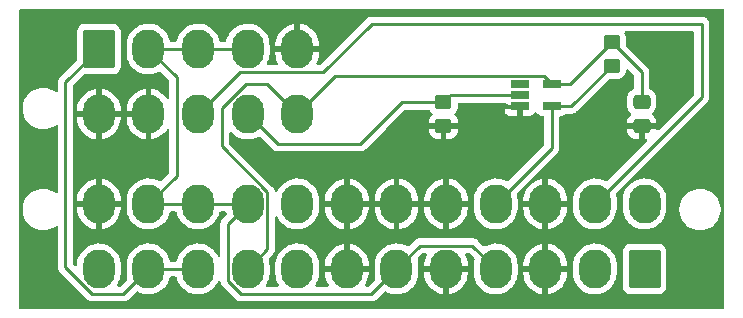
<source format=gtl>
%TF.GenerationSoftware,KiCad,Pcbnew,7.0.11*%
%TF.CreationDate,2024-08-14T14:47:56+09:00*%
%TF.ProjectId,mac_psu_atx_adapter,6d61635f-7073-4755-9f61-74785f616461,rev?*%
%TF.SameCoordinates,Original*%
%TF.FileFunction,Copper,L1,Top*%
%TF.FilePolarity,Positive*%
%FSLAX46Y46*%
G04 Gerber Fmt 4.6, Leading zero omitted, Abs format (unit mm)*
G04 Created by KiCad (PCBNEW 7.0.11) date 2024-08-14 14:47:56*
%MOMM*%
%LPD*%
G01*
G04 APERTURE LIST*
G04 Aperture macros list*
%AMRoundRect*
0 Rectangle with rounded corners*
0 $1 Rounding radius*
0 $2 $3 $4 $5 $6 $7 $8 $9 X,Y pos of 4 corners*
0 Add a 4 corners polygon primitive as box body*
4,1,4,$2,$3,$4,$5,$6,$7,$8,$9,$2,$3,0*
0 Add four circle primitives for the rounded corners*
1,1,$1+$1,$2,$3*
1,1,$1+$1,$4,$5*
1,1,$1+$1,$6,$7*
1,1,$1+$1,$8,$9*
0 Add four rect primitives between the rounded corners*
20,1,$1+$1,$2,$3,$4,$5,0*
20,1,$1+$1,$4,$5,$6,$7,0*
20,1,$1+$1,$6,$7,$8,$9,0*
20,1,$1+$1,$8,$9,$2,$3,0*%
G04 Aperture macros list end*
%TA.AperFunction,SMDPad,CuDef*%
%ADD10RoundRect,0.250000X-0.475000X0.337500X-0.475000X-0.337500X0.475000X-0.337500X0.475000X0.337500X0*%
%TD*%
%TA.AperFunction,ComponentPad*%
%ADD11RoundRect,0.250001X1.099999X1.399999X-1.099999X1.399999X-1.099999X-1.399999X1.099999X-1.399999X0*%
%TD*%
%TA.AperFunction,ComponentPad*%
%ADD12O,2.700000X3.300000*%
%TD*%
%TA.AperFunction,SMDPad,CuDef*%
%ADD13RoundRect,0.250000X-0.450000X0.350000X-0.450000X-0.350000X0.450000X-0.350000X0.450000X0.350000X0*%
%TD*%
%TA.AperFunction,SMDPad,CuDef*%
%ADD14R,1.560000X0.650000*%
%TD*%
%TA.AperFunction,Conductor*%
%ADD15C,0.250000*%
%TD*%
G04 APERTURE END LIST*
D10*
%TO.P,C1,1*%
%TO.N,+5VSB*%
X165100000Y-92942500D03*
%TO.P,C1,2*%
%TO.N,GND*%
X165100000Y-95017500D03*
%TD*%
D11*
%TO.P,J2,1,Pin_1*%
%TO.N,unconnected-(J2-Pin_1-Pad1)*%
X165340000Y-107100000D03*
D12*
%TO.P,J2,2,Pin_2*%
%TO.N,unconnected-(J2-Pin_2-Pad2)*%
X161140000Y-107100000D03*
%TO.P,J2,3,Pin_3*%
%TO.N,GND*%
X156940000Y-107100000D03*
%TO.P,J2,4,Pin_4*%
%TO.N,+5V*%
X152740000Y-107100000D03*
%TO.P,J2,5,Pin_5*%
%TO.N,GND*%
X148540000Y-107100000D03*
%TO.P,J2,6,Pin_6*%
%TO.N,+5V*%
X144340000Y-107100000D03*
%TO.P,J2,7,Pin_7*%
%TO.N,GND*%
X140140000Y-107100000D03*
%TO.P,J2,8,Pin_8*%
%TO.N,unconnected-(J2-Pin_8-Pad8)*%
X135940000Y-107100000D03*
%TO.P,J2,9,Pin_9*%
%TO.N,+5VSB*%
X131740000Y-107100000D03*
%TO.P,J2,10,Pin_10*%
%TO.N,+12V*%
X127540000Y-107100000D03*
%TO.P,J2,11,Pin_11*%
X123340000Y-107100000D03*
%TO.P,J2,12,Pin_12*%
%TO.N,unconnected-(J2-Pin_12-Pad12)*%
X119140000Y-107100000D03*
%TO.P,J2,13,Pin_13*%
%TO.N,unconnected-(J2-Pin_13-Pad13)*%
X165340000Y-101600000D03*
%TO.P,J2,14,Pin_14*%
%TO.N,-12V*%
X161140000Y-101600000D03*
%TO.P,J2,15,Pin_15*%
%TO.N,GND*%
X156940000Y-101600000D03*
%TO.P,J2,16,Pin_16*%
%TO.N,PS_ON*%
X152740000Y-101600000D03*
%TO.P,J2,17,Pin_17*%
%TO.N,GND*%
X148540000Y-101600000D03*
%TO.P,J2,18,Pin_18*%
X144340000Y-101600000D03*
%TO.P,J2,19,Pin_19*%
X140140000Y-101600000D03*
%TO.P,J2,20,Pin_20*%
%TO.N,unconnected-(J2-Pin_20-Pad20)*%
X135940000Y-101600000D03*
%TO.P,J2,21,Pin_21*%
%TO.N,+5V*%
X131740000Y-101600000D03*
%TO.P,J2,22,Pin_22*%
X127540000Y-101600000D03*
%TO.P,J2,23,Pin_23*%
X123340000Y-101600000D03*
%TO.P,J2,24,Pin_24*%
%TO.N,GND*%
X119140000Y-101600000D03*
%TD*%
D13*
%TO.P,R1,1*%
%TO.N,Net-(J1-Pin_9)*%
X148320000Y-93010000D03*
%TO.P,R1,2*%
%TO.N,GND*%
X148320000Y-95010000D03*
%TD*%
%TO.P,R2,1*%
%TO.N,+5VSB*%
X162560000Y-87900000D03*
%TO.P,R2,2*%
%TO.N,PS_ON*%
X162560000Y-89900000D03*
%TD*%
D14*
%TO.P,U1,1*%
%TO.N,N/C*%
X154780000Y-91440000D03*
%TO.P,U1,2*%
%TO.N,Net-(J1-Pin_9)*%
X154780000Y-92390000D03*
%TO.P,U1,3,GND*%
%TO.N,GND*%
X154780000Y-93340000D03*
%TO.P,U1,4*%
%TO.N,PS_ON*%
X157480000Y-93340000D03*
%TO.P,U1,5,VCC*%
%TO.N,+5VSB*%
X157480000Y-91440000D03*
%TD*%
D11*
%TO.P,J1,1,Pin_1*%
%TO.N,+12V*%
X119140000Y-88480000D03*
D12*
%TO.P,J1,2,Pin_2*%
%TO.N,+5V*%
X123340000Y-88480000D03*
%TO.P,J1,3,Pin_3*%
X127540000Y-88480000D03*
%TO.P,J1,4,Pin_4*%
X131740000Y-88480000D03*
%TO.P,J1,5,Pin_5*%
%TO.N,GND*%
X135940000Y-88480000D03*
%TO.P,J1,6,Pin_6*%
X119140000Y-93980000D03*
%TO.P,J1,7,Pin_7*%
X123340000Y-93980000D03*
%TO.P,J1,8,Pin_8*%
%TO.N,-12V*%
X127540000Y-93980000D03*
%TO.P,J1,9,Pin_9*%
%TO.N,Net-(J1-Pin_9)*%
X131740000Y-93980000D03*
%TO.P,J1,10,Pin_10*%
%TO.N,+5VSB*%
X135940000Y-93980000D03*
%TD*%
D15*
%TO.N,+5VSB*%
X129540000Y-96731192D02*
X133415000Y-100606192D01*
X139130000Y-90790000D02*
X156830000Y-90790000D01*
X135940000Y-93980000D02*
X139130000Y-90790000D01*
X157480000Y-91440000D02*
X159020000Y-91440000D01*
X133415000Y-105425000D02*
X131740000Y-107100000D01*
X131611192Y-91440000D02*
X129540000Y-93511192D01*
X133415000Y-100606192D02*
X133415000Y-105425000D01*
X159020000Y-91440000D02*
X162560000Y-87900000D01*
X129540000Y-93511192D02*
X129540000Y-96731192D01*
X133400000Y-91440000D02*
X131611192Y-91440000D01*
X165100000Y-90440000D02*
X165100000Y-92942500D01*
X156830000Y-90790000D02*
X157480000Y-91440000D01*
X135940000Y-93980000D02*
X133400000Y-91440000D01*
X162560000Y-87900000D02*
X165100000Y-90440000D01*
%TO.N,+12V*%
X121220000Y-109220000D02*
X123340000Y-107100000D01*
X119140000Y-88480000D02*
X116315000Y-91305000D01*
X118591192Y-109220000D02*
X121220000Y-109220000D01*
X116315000Y-91305000D02*
X116315000Y-106943808D01*
X116315000Y-106943808D02*
X118591192Y-109220000D01*
X123340000Y-107100000D02*
X127540000Y-107100000D01*
%TO.N,+5V*%
X130065000Y-108093808D02*
X131191192Y-109220000D01*
X131740000Y-101600000D02*
X127540000Y-101600000D01*
X150765000Y-105125000D02*
X152740000Y-107100000D01*
X125730000Y-99210000D02*
X123340000Y-101600000D01*
X142220000Y-109220000D02*
X144340000Y-107100000D01*
X125730000Y-90870000D02*
X125730000Y-99210000D01*
X131740000Y-101600000D02*
X130065000Y-103275000D01*
X123340000Y-88480000D02*
X127540000Y-88480000D01*
X123340000Y-88480000D02*
X125730000Y-90870000D01*
X131740000Y-88480000D02*
X127540000Y-88480000D01*
X144340000Y-107100000D02*
X146315000Y-105125000D01*
X130065000Y-103275000D02*
X130065000Y-108093808D01*
X146315000Y-105125000D02*
X150765000Y-105125000D01*
X131191192Y-109220000D02*
X142220000Y-109220000D01*
X123340000Y-101600000D02*
X127540000Y-101600000D01*
%TO.N,-12V*%
X142240000Y-86360000D02*
X170180000Y-86360000D01*
X127540000Y-93980000D02*
X131065000Y-90455000D01*
X131065000Y-90455000D02*
X138145000Y-90455000D01*
X170180000Y-92560000D02*
X161140000Y-101600000D01*
X138145000Y-90455000D02*
X142240000Y-86360000D01*
X170180000Y-86360000D02*
X170180000Y-92560000D01*
%TO.N,Net-(J1-Pin_9)*%
X141270000Y-96520000D02*
X134280000Y-96520000D01*
X148320000Y-93010000D02*
X148940000Y-92390000D01*
X148940000Y-92390000D02*
X154780000Y-92390000D01*
X134280000Y-96520000D02*
X131740000Y-93980000D01*
X144780000Y-93010000D02*
X141270000Y-96520000D01*
X148320000Y-93010000D02*
X144780000Y-93010000D01*
%TO.N,PS_ON*%
X157480000Y-96860000D02*
X152740000Y-101600000D01*
X159120000Y-93340000D02*
X162560000Y-89900000D01*
X157480000Y-93340000D02*
X157480000Y-96860000D01*
X157480000Y-93340000D02*
X159120000Y-93340000D01*
%TD*%
%TA.AperFunction,Conductor*%
%TO.N,GND*%
G36*
X172028039Y-85109685D02*
G01*
X172073794Y-85162489D01*
X172085000Y-85214000D01*
X172085000Y-110366000D01*
X172065315Y-110433039D01*
X172012511Y-110478794D01*
X171961000Y-110490000D01*
X112519000Y-110490000D01*
X112451961Y-110470315D01*
X112406206Y-110417511D01*
X112395000Y-110366000D01*
X112395000Y-102191187D01*
X112689500Y-102191187D01*
X112703588Y-102284651D01*
X112728604Y-102450615D01*
X112728605Y-102450617D01*
X112728606Y-102450623D01*
X112805938Y-102701326D01*
X112919767Y-102937696D01*
X112919768Y-102937697D01*
X112919770Y-102937700D01*
X112919772Y-102937704D01*
X113059225Y-103142243D01*
X113067567Y-103154479D01*
X113246014Y-103346801D01*
X113246018Y-103346804D01*
X113246019Y-103346805D01*
X113451143Y-103510386D01*
X113678357Y-103641568D01*
X113922584Y-103737420D01*
X114178370Y-103795802D01*
X114178376Y-103795802D01*
X114178379Y-103795803D01*
X114374484Y-103810499D01*
X114374503Y-103810499D01*
X114374506Y-103810500D01*
X114374508Y-103810500D01*
X114505492Y-103810500D01*
X114505494Y-103810500D01*
X114505496Y-103810499D01*
X114505515Y-103810499D01*
X114701620Y-103795803D01*
X114701622Y-103795802D01*
X114701630Y-103795802D01*
X114957416Y-103737420D01*
X115201643Y-103641568D01*
X115428857Y-103510386D01*
X115488189Y-103463070D01*
X115552873Y-103436663D01*
X115621569Y-103449418D01*
X115672463Y-103497289D01*
X115689500Y-103560018D01*
X115689500Y-106861063D01*
X115687775Y-106876680D01*
X115688061Y-106876707D01*
X115687326Y-106884473D01*
X115689439Y-106951680D01*
X115689500Y-106955575D01*
X115689500Y-106983165D01*
X115690003Y-106987143D01*
X115690918Y-106998775D01*
X115692290Y-107042432D01*
X115692291Y-107042435D01*
X115697880Y-107061675D01*
X115701824Y-107080719D01*
X115704336Y-107100600D01*
X115720414Y-107141211D01*
X115724197Y-107152260D01*
X115736381Y-107194196D01*
X115746580Y-107211442D01*
X115755138Y-107228911D01*
X115762514Y-107247540D01*
X115788181Y-107282868D01*
X115794593Y-107292629D01*
X115816828Y-107330225D01*
X115816833Y-107330232D01*
X115830990Y-107344388D01*
X115843628Y-107359184D01*
X115855405Y-107375394D01*
X115855406Y-107375395D01*
X115889057Y-107403233D01*
X115897698Y-107411096D01*
X118090386Y-109603784D01*
X118100211Y-109616048D01*
X118100432Y-109615866D01*
X118105402Y-109621874D01*
X118154431Y-109667915D01*
X118157214Y-109670612D01*
X118176722Y-109690120D01*
X118179883Y-109692572D01*
X118188763Y-109700156D01*
X118220610Y-109730062D01*
X118220614Y-109730064D01*
X118238165Y-109739713D01*
X118254423Y-109750392D01*
X118270256Y-109762674D01*
X118305602Y-109777968D01*
X118310347Y-109780022D01*
X118320827Y-109785155D01*
X118359100Y-109806197D01*
X118378504Y-109811179D01*
X118396902Y-109817478D01*
X118415297Y-109825438D01*
X118458446Y-109832271D01*
X118469872Y-109834638D01*
X118512173Y-109845500D01*
X118532208Y-109845500D01*
X118551605Y-109847026D01*
X118571388Y-109850160D01*
X118614867Y-109846050D01*
X118626536Y-109845500D01*
X121137257Y-109845500D01*
X121152877Y-109847224D01*
X121152904Y-109846939D01*
X121160660Y-109847671D01*
X121160667Y-109847673D01*
X121227873Y-109845561D01*
X121231768Y-109845500D01*
X121259346Y-109845500D01*
X121259350Y-109845500D01*
X121263324Y-109844997D01*
X121274963Y-109844080D01*
X121318627Y-109842709D01*
X121337869Y-109837117D01*
X121356912Y-109833174D01*
X121376792Y-109830664D01*
X121417401Y-109814585D01*
X121428444Y-109810803D01*
X121470390Y-109798618D01*
X121487629Y-109788422D01*
X121505103Y-109779862D01*
X121523727Y-109772488D01*
X121523727Y-109772487D01*
X121523732Y-109772486D01*
X121559083Y-109746800D01*
X121568814Y-109740408D01*
X121606420Y-109718170D01*
X121620589Y-109703999D01*
X121635379Y-109691368D01*
X121651587Y-109679594D01*
X121679438Y-109645926D01*
X121687279Y-109637309D01*
X122287923Y-109036665D01*
X122349244Y-109003182D01*
X122418936Y-109008166D01*
X122432284Y-109014062D01*
X122614325Y-109107656D01*
X122756243Y-109156072D01*
X122870685Y-109195115D01*
X122870688Y-109195115D01*
X122870695Y-109195118D01*
X123137067Y-109244319D01*
X123353625Y-109252233D01*
X123407763Y-109254212D01*
X123407763Y-109254211D01*
X123407765Y-109254212D01*
X123677018Y-109224586D01*
X123939088Y-109156072D01*
X124188390Y-109050130D01*
X124419610Y-108909018D01*
X124627820Y-108735745D01*
X124808582Y-108534002D01*
X124958044Y-108308090D01*
X125073020Y-108062824D01*
X125096457Y-107984922D01*
X125147948Y-107813776D01*
X125186111Y-107755250D01*
X125249859Y-107726648D01*
X125266690Y-107725500D01*
X125617234Y-107725500D01*
X125684273Y-107745185D01*
X125730028Y-107797989D01*
X125738267Y-107822538D01*
X125763218Y-107934548D01*
X125763220Y-107934553D01*
X125859986Y-108187558D01*
X125992559Y-108423777D01*
X126109186Y-108574815D01*
X126158112Y-108638177D01*
X126353109Y-108826177D01*
X126353114Y-108826182D01*
X126353119Y-108826186D01*
X126573421Y-108983799D01*
X126632299Y-109014070D01*
X126814309Y-109107649D01*
X126814318Y-109107652D01*
X126814325Y-109107656D01*
X126956243Y-109156072D01*
X127070685Y-109195115D01*
X127070688Y-109195115D01*
X127070695Y-109195118D01*
X127337067Y-109244319D01*
X127553625Y-109252233D01*
X127607763Y-109254212D01*
X127607763Y-109254211D01*
X127607765Y-109254212D01*
X127877018Y-109224586D01*
X128139088Y-109156072D01*
X128388390Y-109050130D01*
X128619610Y-108909018D01*
X128827820Y-108735745D01*
X129008582Y-108534002D01*
X129158044Y-108308090D01*
X129214681Y-108187271D01*
X129260957Y-108134928D01*
X129328189Y-108115912D01*
X129395030Y-108136263D01*
X129440257Y-108189520D01*
X129446027Y-108205297D01*
X129447875Y-108211655D01*
X129451824Y-108230719D01*
X129454336Y-108250600D01*
X129470414Y-108291211D01*
X129474197Y-108302260D01*
X129486381Y-108344196D01*
X129496580Y-108361442D01*
X129505138Y-108378911D01*
X129512514Y-108397540D01*
X129538181Y-108432868D01*
X129544593Y-108442629D01*
X129566828Y-108480225D01*
X129566833Y-108480232D01*
X129580990Y-108494388D01*
X129593627Y-108509183D01*
X129605406Y-108525395D01*
X129635158Y-108550008D01*
X129639057Y-108553233D01*
X129647698Y-108561096D01*
X130690389Y-109603788D01*
X130700214Y-109616051D01*
X130700435Y-109615869D01*
X130705403Y-109621874D01*
X130754414Y-109667899D01*
X130757213Y-109670612D01*
X130776714Y-109690114D01*
X130776718Y-109690117D01*
X130776721Y-109690120D01*
X130779894Y-109692581D01*
X130788766Y-109700159D01*
X130820610Y-109730062D01*
X130838166Y-109739713D01*
X130854425Y-109750393D01*
X130870256Y-109762673D01*
X130899995Y-109775542D01*
X130910344Y-109780021D01*
X130920833Y-109785160D01*
X130944649Y-109798252D01*
X130959100Y-109806197D01*
X130971715Y-109809435D01*
X130978497Y-109811177D01*
X130996911Y-109817481D01*
X131015296Y-109825438D01*
X131058453Y-109832273D01*
X131069848Y-109834632D01*
X131112173Y-109845500D01*
X131132208Y-109845500D01*
X131151605Y-109847026D01*
X131171388Y-109850160D01*
X131214867Y-109846050D01*
X131226536Y-109845500D01*
X142137257Y-109845500D01*
X142152877Y-109847224D01*
X142152904Y-109846939D01*
X142160660Y-109847671D01*
X142160667Y-109847673D01*
X142227873Y-109845561D01*
X142231768Y-109845500D01*
X142259346Y-109845500D01*
X142259350Y-109845500D01*
X142263324Y-109844997D01*
X142274963Y-109844080D01*
X142318627Y-109842709D01*
X142337869Y-109837117D01*
X142356912Y-109833174D01*
X142376792Y-109830664D01*
X142417401Y-109814585D01*
X142428444Y-109810803D01*
X142470390Y-109798618D01*
X142487629Y-109788422D01*
X142505103Y-109779862D01*
X142523727Y-109772488D01*
X142523727Y-109772487D01*
X142523732Y-109772486D01*
X142559083Y-109746800D01*
X142568814Y-109740408D01*
X142606420Y-109718170D01*
X142620589Y-109703999D01*
X142635379Y-109691368D01*
X142651587Y-109679594D01*
X142679438Y-109645926D01*
X142687279Y-109637309D01*
X143287923Y-109036665D01*
X143349244Y-109003182D01*
X143418936Y-109008166D01*
X143432284Y-109014062D01*
X143614325Y-109107656D01*
X143756243Y-109156072D01*
X143870685Y-109195115D01*
X143870688Y-109195115D01*
X143870695Y-109195118D01*
X144137067Y-109244319D01*
X144353625Y-109252233D01*
X144407763Y-109254212D01*
X144407763Y-109254211D01*
X144407765Y-109254212D01*
X144677018Y-109224586D01*
X144939088Y-109156072D01*
X145188390Y-109050130D01*
X145419610Y-108909018D01*
X145627820Y-108735745D01*
X145808582Y-108534002D01*
X145958044Y-108308090D01*
X146073020Y-108062824D01*
X146112040Y-107933127D01*
X146151057Y-107803442D01*
X146151057Y-107803438D01*
X146151060Y-107803431D01*
X146190500Y-107535439D01*
X146190500Y-106732369D01*
X146188089Y-106699434D01*
X146183253Y-106633355D01*
X146175677Y-106529844D01*
X146156721Y-106444750D01*
X146121089Y-106284790D01*
X146125726Y-106215074D01*
X146154439Y-106170150D01*
X146537771Y-105786819D01*
X146599094Y-105753334D01*
X146625452Y-105750500D01*
X146793722Y-105750500D01*
X146860761Y-105770185D01*
X146906516Y-105822989D01*
X146916460Y-105892147D01*
X146905998Y-105927133D01*
X146807445Y-106137363D01*
X146807445Y-106137365D01*
X146729432Y-106396666D01*
X146729429Y-106396680D01*
X146690000Y-106664601D01*
X146690000Y-106850000D01*
X147880671Y-106850000D01*
X147840000Y-107015005D01*
X147840000Y-107184995D01*
X147880671Y-107350000D01*
X146690000Y-107350000D01*
X146690000Y-107467624D01*
X146704819Y-107670082D01*
X146704820Y-107670092D01*
X146763699Y-107934404D01*
X146763701Y-107934409D01*
X146860442Y-108187347D01*
X146992976Y-108423498D01*
X146992978Y-108423501D01*
X147158486Y-108637842D01*
X147353430Y-108825791D01*
X147353437Y-108825797D01*
X147573681Y-108983369D01*
X147573686Y-108983372D01*
X147814505Y-109107187D01*
X147814523Y-109107194D01*
X148070812Y-109194629D01*
X148070826Y-109194632D01*
X148289999Y-109235116D01*
X148290000Y-109235116D01*
X148290000Y-107753837D01*
X148371249Y-107784651D01*
X148497660Y-107800000D01*
X148582340Y-107800000D01*
X148708751Y-107784651D01*
X148790000Y-107753837D01*
X148790000Y-109233656D01*
X148876914Y-109224093D01*
X148876928Y-109224091D01*
X149138920Y-109155598D01*
X149388160Y-109049682D01*
X149619313Y-108908612D01*
X149619315Y-108908611D01*
X149827474Y-108735382D01*
X150008184Y-108533695D01*
X150157604Y-108307847D01*
X150272554Y-108062636D01*
X150272554Y-108062634D01*
X150350567Y-107803333D01*
X150350570Y-107803319D01*
X150389999Y-107535398D01*
X150390000Y-107535397D01*
X150390000Y-107350000D01*
X149199329Y-107350000D01*
X149240000Y-107184995D01*
X149240000Y-107015005D01*
X149199329Y-106850000D01*
X150390000Y-106850000D01*
X150390000Y-106732396D01*
X150389999Y-106732375D01*
X150375180Y-106529917D01*
X150375179Y-106529907D01*
X150316300Y-106265595D01*
X150316298Y-106265590D01*
X150219556Y-106012649D01*
X150176083Y-105935187D01*
X150160439Y-105867091D01*
X150184093Y-105801348D01*
X150239537Y-105758830D01*
X150284217Y-105750500D01*
X150454548Y-105750500D01*
X150521587Y-105770185D01*
X150542229Y-105786819D01*
X150928104Y-106172694D01*
X150961589Y-106234017D01*
X150959166Y-106296098D01*
X150928939Y-106396570D01*
X150909326Y-106529844D01*
X150889500Y-106664561D01*
X150889500Y-106664565D01*
X150889500Y-107467648D01*
X150904323Y-107670155D01*
X150904325Y-107670168D01*
X150963217Y-107934546D01*
X150963220Y-107934553D01*
X151059986Y-108187558D01*
X151192559Y-108423777D01*
X151309186Y-108574815D01*
X151358112Y-108638177D01*
X151553109Y-108826177D01*
X151553114Y-108826182D01*
X151553119Y-108826186D01*
X151773421Y-108983799D01*
X151832299Y-109014070D01*
X152014309Y-109107649D01*
X152014318Y-109107652D01*
X152014325Y-109107656D01*
X152156243Y-109156072D01*
X152270685Y-109195115D01*
X152270688Y-109195115D01*
X152270695Y-109195118D01*
X152537067Y-109244319D01*
X152753625Y-109252233D01*
X152807763Y-109254212D01*
X152807763Y-109254211D01*
X152807765Y-109254212D01*
X153077018Y-109224586D01*
X153339088Y-109156072D01*
X153588390Y-109050130D01*
X153819610Y-108909018D01*
X154027820Y-108735745D01*
X154208582Y-108534002D01*
X154358044Y-108308090D01*
X154473020Y-108062824D01*
X154512040Y-107933127D01*
X154551057Y-107803442D01*
X154551057Y-107803438D01*
X154551060Y-107803431D01*
X154590500Y-107535439D01*
X154590500Y-107467624D01*
X155090000Y-107467624D01*
X155104819Y-107670082D01*
X155104820Y-107670092D01*
X155163699Y-107934404D01*
X155163701Y-107934409D01*
X155260442Y-108187347D01*
X155392976Y-108423498D01*
X155392978Y-108423501D01*
X155558486Y-108637842D01*
X155753430Y-108825791D01*
X155753437Y-108825797D01*
X155973681Y-108983369D01*
X155973686Y-108983372D01*
X156214505Y-109107187D01*
X156214523Y-109107194D01*
X156470812Y-109194629D01*
X156470826Y-109194632D01*
X156689999Y-109235116D01*
X156690000Y-109235116D01*
X156690000Y-107753837D01*
X156771249Y-107784651D01*
X156897660Y-107800000D01*
X156982340Y-107800000D01*
X157108751Y-107784651D01*
X157190000Y-107753837D01*
X157190000Y-109233656D01*
X157276914Y-109224093D01*
X157276928Y-109224091D01*
X157538920Y-109155598D01*
X157788160Y-109049682D01*
X158019313Y-108908612D01*
X158019315Y-108908611D01*
X158227474Y-108735382D01*
X158408184Y-108533695D01*
X158557604Y-108307847D01*
X158672554Y-108062636D01*
X158672554Y-108062634D01*
X158750567Y-107803333D01*
X158750570Y-107803319D01*
X158789999Y-107535398D01*
X158790000Y-107535397D01*
X158790000Y-107467648D01*
X159289500Y-107467648D01*
X159304323Y-107670155D01*
X159304325Y-107670168D01*
X159363217Y-107934546D01*
X159363220Y-107934553D01*
X159459986Y-108187558D01*
X159592559Y-108423777D01*
X159709186Y-108574815D01*
X159758112Y-108638177D01*
X159953109Y-108826177D01*
X159953114Y-108826182D01*
X159953119Y-108826186D01*
X160173421Y-108983799D01*
X160232299Y-109014070D01*
X160414309Y-109107649D01*
X160414318Y-109107652D01*
X160414325Y-109107656D01*
X160556243Y-109156072D01*
X160670685Y-109195115D01*
X160670688Y-109195115D01*
X160670695Y-109195118D01*
X160937067Y-109244319D01*
X161153625Y-109252233D01*
X161207763Y-109254212D01*
X161207763Y-109254211D01*
X161207765Y-109254212D01*
X161477018Y-109224586D01*
X161739088Y-109156072D01*
X161988390Y-109050130D01*
X162219610Y-108909018D01*
X162427820Y-108735745D01*
X162594234Y-108550015D01*
X163489500Y-108550015D01*
X163500000Y-108652795D01*
X163500001Y-108652796D01*
X163555186Y-108819335D01*
X163555187Y-108819337D01*
X163647286Y-108968651D01*
X163647289Y-108968655D01*
X163771344Y-109092710D01*
X163771348Y-109092713D01*
X163920662Y-109184812D01*
X163920664Y-109184813D01*
X163920666Y-109184814D01*
X164087203Y-109239999D01*
X164189992Y-109250500D01*
X164189997Y-109250500D01*
X166490003Y-109250500D01*
X166490008Y-109250500D01*
X166592797Y-109239999D01*
X166759334Y-109184814D01*
X166908655Y-109092711D01*
X167032711Y-108968655D01*
X167124814Y-108819334D01*
X167179999Y-108652797D01*
X167190500Y-108550008D01*
X167190500Y-105649992D01*
X167179999Y-105547203D01*
X167124814Y-105380666D01*
X167069746Y-105291388D01*
X167032713Y-105231348D01*
X167032710Y-105231344D01*
X166908655Y-105107289D01*
X166908651Y-105107286D01*
X166759337Y-105015187D01*
X166759335Y-105015186D01*
X166639307Y-104975413D01*
X166592797Y-104960001D01*
X166592795Y-104960000D01*
X166490015Y-104949500D01*
X166490008Y-104949500D01*
X164189992Y-104949500D01*
X164189984Y-104949500D01*
X164087204Y-104960000D01*
X164087203Y-104960001D01*
X163920664Y-105015186D01*
X163920662Y-105015187D01*
X163771348Y-105107286D01*
X163771344Y-105107289D01*
X163647289Y-105231344D01*
X163647286Y-105231348D01*
X163555187Y-105380662D01*
X163555186Y-105380664D01*
X163500001Y-105547203D01*
X163500000Y-105547204D01*
X163489500Y-105649984D01*
X163489500Y-108550015D01*
X162594234Y-108550015D01*
X162608582Y-108534002D01*
X162758044Y-108308090D01*
X162873020Y-108062824D01*
X162912040Y-107933127D01*
X162951057Y-107803442D01*
X162951057Y-107803438D01*
X162951060Y-107803431D01*
X162990500Y-107535439D01*
X162990500Y-106732369D01*
X162988089Y-106699434D01*
X162983253Y-106633355D01*
X162975677Y-106529844D01*
X162958964Y-106454815D01*
X162916782Y-106265453D01*
X162916780Y-106265449D01*
X162916780Y-106265447D01*
X162820014Y-106012442D01*
X162687441Y-105776223D01*
X162521888Y-105561823D01*
X162461936Y-105504022D01*
X162326890Y-105373822D01*
X162326883Y-105373816D01*
X162326881Y-105373814D01*
X162106579Y-105216201D01*
X162098874Y-105212239D01*
X161865690Y-105092350D01*
X161865672Y-105092343D01*
X161609314Y-105004884D01*
X161609300Y-105004881D01*
X161563621Y-104996443D01*
X161342933Y-104955681D01*
X161342930Y-104955680D01*
X161342924Y-104955680D01*
X161072236Y-104945787D01*
X160802986Y-104975413D01*
X160802975Y-104975415D01*
X160540917Y-105043926D01*
X160540912Y-105043927D01*
X160540912Y-105043928D01*
X160391818Y-105107286D01*
X160291610Y-105149870D01*
X160060394Y-105290979D01*
X160060384Y-105290986D01*
X159852180Y-105464253D01*
X159852175Y-105464259D01*
X159671418Y-105665997D01*
X159521957Y-105891907D01*
X159406976Y-106137184D01*
X159406976Y-106137186D01*
X159328942Y-106396557D01*
X159328939Y-106396571D01*
X159326176Y-106415349D01*
X159289500Y-106664561D01*
X159289500Y-106664565D01*
X159289500Y-107467648D01*
X158790000Y-107467648D01*
X158790000Y-107350000D01*
X157599329Y-107350000D01*
X157640000Y-107184995D01*
X157640000Y-107015005D01*
X157599329Y-106850000D01*
X158790000Y-106850000D01*
X158790000Y-106732396D01*
X158789999Y-106732375D01*
X158775180Y-106529917D01*
X158775179Y-106529907D01*
X158716300Y-106265595D01*
X158716298Y-106265590D01*
X158619557Y-106012652D01*
X158487023Y-105776501D01*
X158487021Y-105776498D01*
X158321513Y-105562157D01*
X158126569Y-105374208D01*
X158126562Y-105374202D01*
X157906318Y-105216630D01*
X157906313Y-105216627D01*
X157665494Y-105092812D01*
X157665476Y-105092805D01*
X157409182Y-105005369D01*
X157409175Y-105005367D01*
X157190000Y-104964882D01*
X157190000Y-106446162D01*
X157108751Y-106415349D01*
X156982340Y-106400000D01*
X156897660Y-106400000D01*
X156771249Y-106415349D01*
X156690000Y-106446162D01*
X156690000Y-104966343D01*
X156603076Y-104975908D01*
X156603066Y-104975909D01*
X156341079Y-105044401D01*
X156091839Y-105150317D01*
X155860686Y-105291387D01*
X155860684Y-105291388D01*
X155652525Y-105464617D01*
X155471815Y-105666304D01*
X155322395Y-105892152D01*
X155207445Y-106137363D01*
X155207445Y-106137365D01*
X155129432Y-106396666D01*
X155129429Y-106396680D01*
X155090000Y-106664601D01*
X155090000Y-106850000D01*
X156280671Y-106850000D01*
X156240000Y-107015005D01*
X156240000Y-107184995D01*
X156280671Y-107350000D01*
X155090000Y-107350000D01*
X155090000Y-107467624D01*
X154590500Y-107467624D01*
X154590500Y-106732369D01*
X154588089Y-106699434D01*
X154583253Y-106633355D01*
X154575677Y-106529844D01*
X154558964Y-106454815D01*
X154516782Y-106265453D01*
X154516780Y-106265449D01*
X154516780Y-106265447D01*
X154420014Y-106012442D01*
X154287441Y-105776223D01*
X154121888Y-105561823D01*
X154061936Y-105504022D01*
X153926890Y-105373822D01*
X153926883Y-105373816D01*
X153926881Y-105373814D01*
X153706579Y-105216201D01*
X153698874Y-105212239D01*
X153465690Y-105092350D01*
X153465672Y-105092343D01*
X153209314Y-105004884D01*
X153209300Y-105004881D01*
X153163621Y-104996443D01*
X152942933Y-104955681D01*
X152942930Y-104955680D01*
X152942924Y-104955680D01*
X152672236Y-104945787D01*
X152402986Y-104975413D01*
X152402975Y-104975415D01*
X152140917Y-105043926D01*
X151891617Y-105149866D01*
X151840042Y-105181341D01*
X151772562Y-105199460D01*
X151705999Y-105178222D01*
X151687766Y-105163175D01*
X151265803Y-104741212D01*
X151255980Y-104728950D01*
X151255759Y-104729134D01*
X151250786Y-104723122D01*
X151201776Y-104677099D01*
X151198977Y-104674386D01*
X151179477Y-104654885D01*
X151179471Y-104654880D01*
X151176286Y-104652409D01*
X151167434Y-104644848D01*
X151135582Y-104614938D01*
X151135580Y-104614936D01*
X151135577Y-104614935D01*
X151118029Y-104605288D01*
X151101763Y-104594604D01*
X151085932Y-104582324D01*
X151045849Y-104564978D01*
X151035363Y-104559841D01*
X150997094Y-104538803D01*
X150997092Y-104538802D01*
X150977693Y-104533822D01*
X150959281Y-104527518D01*
X150940898Y-104519562D01*
X150940892Y-104519560D01*
X150897760Y-104512729D01*
X150886322Y-104510361D01*
X150844020Y-104499500D01*
X150844019Y-104499500D01*
X150823984Y-104499500D01*
X150804586Y-104497973D01*
X150797162Y-104496797D01*
X150784805Y-104494840D01*
X150784804Y-104494840D01*
X150741325Y-104498950D01*
X150729656Y-104499500D01*
X146397743Y-104499500D01*
X146382122Y-104497775D01*
X146382096Y-104498061D01*
X146374334Y-104497327D01*
X146374333Y-104497327D01*
X146322688Y-104498950D01*
X146307127Y-104499439D01*
X146303232Y-104499500D01*
X146275647Y-104499500D01*
X146271661Y-104500003D01*
X146260033Y-104500918D01*
X146216373Y-104502290D01*
X146197129Y-104507881D01*
X146178079Y-104511825D01*
X146158211Y-104514334D01*
X146158210Y-104514334D01*
X146117599Y-104530413D01*
X146106554Y-104534194D01*
X146064614Y-104546379D01*
X146064610Y-104546381D01*
X146047366Y-104556579D01*
X146029905Y-104565133D01*
X146011274Y-104572510D01*
X146011262Y-104572517D01*
X145975933Y-104598185D01*
X145966173Y-104604596D01*
X145928580Y-104626829D01*
X145914414Y-104640995D01*
X145899624Y-104653627D01*
X145883414Y-104665404D01*
X145883411Y-104665407D01*
X145855573Y-104699058D01*
X145847711Y-104707697D01*
X145392078Y-105163330D01*
X145330755Y-105196815D01*
X145261063Y-105191831D01*
X145247699Y-105185928D01*
X145065679Y-105092346D01*
X145065678Y-105092345D01*
X145065675Y-105092344D01*
X145060172Y-105090466D01*
X144809314Y-105004884D01*
X144809300Y-105004881D01*
X144763621Y-104996443D01*
X144542933Y-104955681D01*
X144542930Y-104955680D01*
X144542924Y-104955680D01*
X144272236Y-104945787D01*
X144002986Y-104975413D01*
X144002975Y-104975415D01*
X143740917Y-105043926D01*
X143740912Y-105043927D01*
X143740912Y-105043928D01*
X143591818Y-105107286D01*
X143491610Y-105149870D01*
X143260394Y-105290979D01*
X143260384Y-105290986D01*
X143052180Y-105464253D01*
X143052175Y-105464259D01*
X142871418Y-105665997D01*
X142721957Y-105891907D01*
X142606976Y-106137184D01*
X142606976Y-106137186D01*
X142528942Y-106396557D01*
X142528939Y-106396571D01*
X142526176Y-106415349D01*
X142489500Y-106664561D01*
X142489500Y-106664565D01*
X142489500Y-107467648D01*
X142504323Y-107670155D01*
X142504325Y-107670168D01*
X142558910Y-107915207D01*
X142554273Y-107984922D01*
X142525558Y-108029849D01*
X141997228Y-108558181D01*
X141935905Y-108591666D01*
X141909547Y-108594500D01*
X141798676Y-108594500D01*
X141731637Y-108574815D01*
X141685882Y-108522011D01*
X141675938Y-108452853D01*
X141695260Y-108402081D01*
X141757604Y-108307847D01*
X141872554Y-108062636D01*
X141872554Y-108062634D01*
X141950567Y-107803333D01*
X141950570Y-107803319D01*
X141989999Y-107535398D01*
X141990000Y-107535397D01*
X141990000Y-107350000D01*
X140799329Y-107350000D01*
X140840000Y-107184995D01*
X140840000Y-107015005D01*
X140799329Y-106850000D01*
X141990000Y-106850000D01*
X141990000Y-106732396D01*
X141989999Y-106732375D01*
X141975180Y-106529917D01*
X141975179Y-106529907D01*
X141916300Y-106265595D01*
X141916298Y-106265590D01*
X141819557Y-106012652D01*
X141687023Y-105776501D01*
X141687021Y-105776498D01*
X141521513Y-105562157D01*
X141326569Y-105374208D01*
X141326562Y-105374202D01*
X141106318Y-105216630D01*
X141106313Y-105216627D01*
X140865494Y-105092812D01*
X140865476Y-105092805D01*
X140609182Y-105005369D01*
X140609175Y-105005367D01*
X140390000Y-104964882D01*
X140390000Y-106446162D01*
X140308751Y-106415349D01*
X140182340Y-106400000D01*
X140097660Y-106400000D01*
X139971249Y-106415349D01*
X139890000Y-106446162D01*
X139890000Y-104966343D01*
X139803076Y-104975908D01*
X139803066Y-104975909D01*
X139541079Y-105044401D01*
X139291839Y-105150317D01*
X139060686Y-105291387D01*
X139060684Y-105291388D01*
X138852525Y-105464617D01*
X138671815Y-105666304D01*
X138522395Y-105892152D01*
X138407445Y-106137363D01*
X138407445Y-106137365D01*
X138329432Y-106396666D01*
X138329429Y-106396680D01*
X138290000Y-106664601D01*
X138290000Y-106850000D01*
X139480671Y-106850000D01*
X139440000Y-107015005D01*
X139440000Y-107184995D01*
X139480671Y-107350000D01*
X138290000Y-107350000D01*
X138290000Y-107467624D01*
X138304819Y-107670082D01*
X138304820Y-107670092D01*
X138363699Y-107934404D01*
X138363701Y-107934409D01*
X138460442Y-108187347D01*
X138585296Y-108409812D01*
X138600941Y-108477908D01*
X138577286Y-108543651D01*
X138521843Y-108586170D01*
X138477162Y-108594500D01*
X137599276Y-108594500D01*
X137532237Y-108574815D01*
X137486482Y-108522011D01*
X137476538Y-108452853D01*
X137495860Y-108402081D01*
X137511189Y-108378911D01*
X137558044Y-108308090D01*
X137673020Y-108062824D01*
X137712040Y-107933127D01*
X137751057Y-107803442D01*
X137751057Y-107803438D01*
X137751060Y-107803431D01*
X137790500Y-107535439D01*
X137790500Y-106732369D01*
X137788089Y-106699434D01*
X137783253Y-106633355D01*
X137775677Y-106529844D01*
X137758964Y-106454815D01*
X137716782Y-106265453D01*
X137716780Y-106265449D01*
X137716780Y-106265447D01*
X137620014Y-106012442D01*
X137487441Y-105776223D01*
X137321888Y-105561823D01*
X137261936Y-105504022D01*
X137126890Y-105373822D01*
X137126883Y-105373816D01*
X137126881Y-105373814D01*
X136906579Y-105216201D01*
X136898874Y-105212239D01*
X136665690Y-105092350D01*
X136665672Y-105092343D01*
X136409314Y-105004884D01*
X136409300Y-105004881D01*
X136363621Y-104996443D01*
X136142933Y-104955681D01*
X136142930Y-104955680D01*
X136142924Y-104955680D01*
X135872236Y-104945787D01*
X135602986Y-104975413D01*
X135602975Y-104975415D01*
X135340917Y-105043926D01*
X135340912Y-105043927D01*
X135340912Y-105043928D01*
X135191818Y-105107286D01*
X135091610Y-105149870D01*
X134860394Y-105290979D01*
X134860384Y-105290986D01*
X134652180Y-105464253D01*
X134652175Y-105464259D01*
X134471418Y-105665997D01*
X134321957Y-105891907D01*
X134206976Y-106137184D01*
X134206976Y-106137186D01*
X134128942Y-106396557D01*
X134128939Y-106396571D01*
X134126176Y-106415349D01*
X134089500Y-106664561D01*
X134089500Y-106664565D01*
X134089500Y-107467648D01*
X134104323Y-107670155D01*
X134104325Y-107670168D01*
X134163217Y-107934546D01*
X134163220Y-107934553D01*
X134259905Y-108187347D01*
X134259987Y-108187560D01*
X134384721Y-108409812D01*
X134400366Y-108477908D01*
X134376711Y-108543652D01*
X134321268Y-108586170D01*
X134276587Y-108594500D01*
X133399276Y-108594500D01*
X133332237Y-108574815D01*
X133286482Y-108522011D01*
X133276538Y-108452853D01*
X133295860Y-108402081D01*
X133311189Y-108378911D01*
X133358044Y-108308090D01*
X133473020Y-108062824D01*
X133512040Y-107933127D01*
X133551057Y-107803442D01*
X133551057Y-107803438D01*
X133551060Y-107803431D01*
X133590500Y-107535439D01*
X133590500Y-106732369D01*
X133588089Y-106699434D01*
X133583253Y-106633355D01*
X133575677Y-106529844D01*
X133556721Y-106444750D01*
X133521089Y-106284790D01*
X133525726Y-106215074D01*
X133554439Y-106170149D01*
X133798786Y-105925802D01*
X133811048Y-105915980D01*
X133810865Y-105915759D01*
X133816868Y-105910791D01*
X133816877Y-105910786D01*
X133862934Y-105861739D01*
X133865582Y-105859006D01*
X133885120Y-105839470D01*
X133887570Y-105836310D01*
X133895154Y-105827429D01*
X133925062Y-105795582D01*
X133934714Y-105778023D01*
X133945389Y-105761772D01*
X133957674Y-105745936D01*
X133975030Y-105705825D01*
X133980161Y-105695354D01*
X134001194Y-105657098D01*
X134001194Y-105657097D01*
X134001197Y-105657092D01*
X134006180Y-105637680D01*
X134012477Y-105619291D01*
X134020438Y-105600895D01*
X134027270Y-105557748D01*
X134029639Y-105546316D01*
X134040499Y-105504022D01*
X134040500Y-105504017D01*
X134040500Y-105483983D01*
X134042027Y-105464582D01*
X134045160Y-105444804D01*
X134041050Y-105401324D01*
X134040500Y-105389655D01*
X134040500Y-102770782D01*
X134060185Y-102703743D01*
X134112989Y-102657988D01*
X134182147Y-102648044D01*
X134245703Y-102677069D01*
X134272633Y-102710093D01*
X134392559Y-102923777D01*
X134499528Y-103062307D01*
X134558112Y-103138177D01*
X134753109Y-103326177D01*
X134753114Y-103326182D01*
X134753119Y-103326186D01*
X134973421Y-103483799D01*
X135025133Y-103510386D01*
X135214309Y-103607649D01*
X135214318Y-103607652D01*
X135214325Y-103607656D01*
X135356243Y-103656072D01*
X135470685Y-103695115D01*
X135470688Y-103695115D01*
X135470695Y-103695118D01*
X135737067Y-103744319D01*
X135953625Y-103752233D01*
X136007763Y-103754212D01*
X136007763Y-103754211D01*
X136007765Y-103754212D01*
X136277018Y-103724586D01*
X136539088Y-103656072D01*
X136788390Y-103550130D01*
X137019610Y-103409018D01*
X137227820Y-103235745D01*
X137408582Y-103034002D01*
X137558044Y-102808090D01*
X137673020Y-102562824D01*
X137751060Y-102303431D01*
X137790500Y-102035439D01*
X137790500Y-101967624D01*
X138290000Y-101967624D01*
X138304819Y-102170082D01*
X138304820Y-102170092D01*
X138363699Y-102434404D01*
X138363701Y-102434409D01*
X138460442Y-102687347D01*
X138592976Y-102923498D01*
X138592978Y-102923501D01*
X138758486Y-103137842D01*
X138953430Y-103325791D01*
X138953437Y-103325797D01*
X139173681Y-103483369D01*
X139173686Y-103483372D01*
X139414505Y-103607187D01*
X139414523Y-103607194D01*
X139670812Y-103694629D01*
X139670826Y-103694632D01*
X139889999Y-103735116D01*
X139890000Y-103735116D01*
X139890000Y-102253837D01*
X139971249Y-102284651D01*
X140097660Y-102300000D01*
X140182340Y-102300000D01*
X140308751Y-102284651D01*
X140390000Y-102253837D01*
X140390000Y-103733656D01*
X140476914Y-103724093D01*
X140476928Y-103724091D01*
X140738920Y-103655598D01*
X140988160Y-103549682D01*
X141219313Y-103408612D01*
X141219315Y-103408611D01*
X141427474Y-103235382D01*
X141608184Y-103033695D01*
X141757604Y-102807847D01*
X141872554Y-102562636D01*
X141872554Y-102562634D01*
X141950567Y-102303333D01*
X141950570Y-102303319D01*
X141989999Y-102035398D01*
X141990000Y-102035397D01*
X141990000Y-101967624D01*
X142490000Y-101967624D01*
X142504819Y-102170082D01*
X142504820Y-102170092D01*
X142563699Y-102434404D01*
X142563701Y-102434409D01*
X142660442Y-102687347D01*
X142792976Y-102923498D01*
X142792978Y-102923501D01*
X142958486Y-103137842D01*
X143153430Y-103325791D01*
X143153437Y-103325797D01*
X143373681Y-103483369D01*
X143373686Y-103483372D01*
X143614505Y-103607187D01*
X143614523Y-103607194D01*
X143870812Y-103694629D01*
X143870826Y-103694632D01*
X144089999Y-103735116D01*
X144090000Y-103735116D01*
X144090000Y-102253837D01*
X144171249Y-102284651D01*
X144297660Y-102300000D01*
X144382340Y-102300000D01*
X144508751Y-102284651D01*
X144590000Y-102253837D01*
X144590000Y-103733656D01*
X144676914Y-103724093D01*
X144676928Y-103724091D01*
X144938920Y-103655598D01*
X145188160Y-103549682D01*
X145419313Y-103408612D01*
X145419315Y-103408611D01*
X145627474Y-103235382D01*
X145808184Y-103033695D01*
X145957604Y-102807847D01*
X146072554Y-102562636D01*
X146072554Y-102562634D01*
X146150567Y-102303333D01*
X146150570Y-102303319D01*
X146189999Y-102035398D01*
X146190000Y-102035397D01*
X146190000Y-101967624D01*
X146690000Y-101967624D01*
X146704819Y-102170082D01*
X146704820Y-102170092D01*
X146763699Y-102434404D01*
X146763701Y-102434409D01*
X146860442Y-102687347D01*
X146992976Y-102923498D01*
X146992978Y-102923501D01*
X147158486Y-103137842D01*
X147353430Y-103325791D01*
X147353437Y-103325797D01*
X147573681Y-103483369D01*
X147573686Y-103483372D01*
X147814505Y-103607187D01*
X147814523Y-103607194D01*
X148070812Y-103694629D01*
X148070826Y-103694632D01*
X148289999Y-103735116D01*
X148290000Y-103735116D01*
X148290000Y-102253837D01*
X148371249Y-102284651D01*
X148497660Y-102300000D01*
X148582340Y-102300000D01*
X148708751Y-102284651D01*
X148790000Y-102253837D01*
X148790000Y-103733656D01*
X148876914Y-103724093D01*
X148876928Y-103724091D01*
X149138920Y-103655598D01*
X149388160Y-103549682D01*
X149619313Y-103408612D01*
X149619315Y-103408611D01*
X149827474Y-103235382D01*
X150008184Y-103033695D01*
X150157604Y-102807847D01*
X150272554Y-102562636D01*
X150272554Y-102562634D01*
X150350567Y-102303333D01*
X150350570Y-102303319D01*
X150389999Y-102035398D01*
X150390000Y-102035397D01*
X150390000Y-101850000D01*
X149199329Y-101850000D01*
X149240000Y-101684995D01*
X149240000Y-101515005D01*
X149199329Y-101350000D01*
X150390000Y-101350000D01*
X150390000Y-101232396D01*
X150389999Y-101232375D01*
X150375180Y-101029917D01*
X150375179Y-101029907D01*
X150316300Y-100765595D01*
X150316298Y-100765590D01*
X150219557Y-100512652D01*
X150087023Y-100276501D01*
X150087021Y-100276498D01*
X149921513Y-100062157D01*
X149726569Y-99874208D01*
X149726562Y-99874202D01*
X149506318Y-99716630D01*
X149506313Y-99716627D01*
X149265494Y-99592812D01*
X149265476Y-99592805D01*
X149009182Y-99505369D01*
X149009175Y-99505367D01*
X148790000Y-99464882D01*
X148790000Y-100946162D01*
X148708751Y-100915349D01*
X148582340Y-100900000D01*
X148497660Y-100900000D01*
X148371249Y-100915349D01*
X148290000Y-100946162D01*
X148290000Y-99466343D01*
X148203076Y-99475908D01*
X148203066Y-99475909D01*
X147941079Y-99544401D01*
X147691839Y-99650317D01*
X147460686Y-99791387D01*
X147460684Y-99791388D01*
X147252525Y-99964617D01*
X147071815Y-100166304D01*
X146922395Y-100392152D01*
X146807445Y-100637363D01*
X146807445Y-100637365D01*
X146729432Y-100896666D01*
X146729429Y-100896680D01*
X146690000Y-101164601D01*
X146690000Y-101350000D01*
X147880671Y-101350000D01*
X147840000Y-101515005D01*
X147840000Y-101684995D01*
X147880671Y-101850000D01*
X146690000Y-101850000D01*
X146690000Y-101967624D01*
X146190000Y-101967624D01*
X146190000Y-101850000D01*
X144999329Y-101850000D01*
X145040000Y-101684995D01*
X145040000Y-101515005D01*
X144999329Y-101350000D01*
X146190000Y-101350000D01*
X146190000Y-101232396D01*
X146189999Y-101232375D01*
X146175180Y-101029917D01*
X146175179Y-101029907D01*
X146116300Y-100765595D01*
X146116298Y-100765590D01*
X146019557Y-100512652D01*
X145887023Y-100276501D01*
X145887021Y-100276498D01*
X145721513Y-100062157D01*
X145526569Y-99874208D01*
X145526562Y-99874202D01*
X145306318Y-99716630D01*
X145306313Y-99716627D01*
X145065494Y-99592812D01*
X145065476Y-99592805D01*
X144809182Y-99505369D01*
X144809175Y-99505367D01*
X144590000Y-99464882D01*
X144590000Y-100946162D01*
X144508751Y-100915349D01*
X144382340Y-100900000D01*
X144297660Y-100900000D01*
X144171249Y-100915349D01*
X144090000Y-100946162D01*
X144090000Y-99466343D01*
X144003076Y-99475908D01*
X144003066Y-99475909D01*
X143741079Y-99544401D01*
X143491839Y-99650317D01*
X143260686Y-99791387D01*
X143260684Y-99791388D01*
X143052525Y-99964617D01*
X142871815Y-100166304D01*
X142722395Y-100392152D01*
X142607445Y-100637363D01*
X142607445Y-100637365D01*
X142529432Y-100896666D01*
X142529429Y-100896680D01*
X142490000Y-101164601D01*
X142490000Y-101350000D01*
X143680671Y-101350000D01*
X143640000Y-101515005D01*
X143640000Y-101684995D01*
X143680671Y-101850000D01*
X142490000Y-101850000D01*
X142490000Y-101967624D01*
X141990000Y-101967624D01*
X141990000Y-101850000D01*
X140799329Y-101850000D01*
X140840000Y-101684995D01*
X140840000Y-101515005D01*
X140799329Y-101350000D01*
X141990000Y-101350000D01*
X141990000Y-101232396D01*
X141989999Y-101232375D01*
X141975180Y-101029917D01*
X141975179Y-101029907D01*
X141916300Y-100765595D01*
X141916298Y-100765590D01*
X141819557Y-100512652D01*
X141687023Y-100276501D01*
X141687021Y-100276498D01*
X141521513Y-100062157D01*
X141326569Y-99874208D01*
X141326562Y-99874202D01*
X141106318Y-99716630D01*
X141106313Y-99716627D01*
X140865494Y-99592812D01*
X140865476Y-99592805D01*
X140609182Y-99505369D01*
X140609175Y-99505367D01*
X140390000Y-99464882D01*
X140390000Y-100946162D01*
X140308751Y-100915349D01*
X140182340Y-100900000D01*
X140097660Y-100900000D01*
X139971249Y-100915349D01*
X139890000Y-100946162D01*
X139890000Y-99466343D01*
X139803076Y-99475908D01*
X139803066Y-99475909D01*
X139541079Y-99544401D01*
X139291839Y-99650317D01*
X139060686Y-99791387D01*
X139060684Y-99791388D01*
X138852525Y-99964617D01*
X138671815Y-100166304D01*
X138522395Y-100392152D01*
X138407445Y-100637363D01*
X138407445Y-100637365D01*
X138329432Y-100896666D01*
X138329429Y-100896680D01*
X138290000Y-101164601D01*
X138290000Y-101350000D01*
X139480671Y-101350000D01*
X139440000Y-101515005D01*
X139440000Y-101684995D01*
X139480671Y-101850000D01*
X138290000Y-101850000D01*
X138290000Y-101967624D01*
X137790500Y-101967624D01*
X137790500Y-101232369D01*
X137788089Y-101199434D01*
X137785537Y-101164561D01*
X137775677Y-101029844D01*
X137763093Y-100973352D01*
X137716782Y-100765453D01*
X137716780Y-100765449D01*
X137716780Y-100765447D01*
X137620014Y-100512442D01*
X137487441Y-100276223D01*
X137321888Y-100061823D01*
X137220693Y-99964259D01*
X137126890Y-99873822D01*
X137126883Y-99873816D01*
X137126881Y-99873814D01*
X136906579Y-99716201D01*
X136868873Y-99696815D01*
X136665690Y-99592350D01*
X136665672Y-99592343D01*
X136409314Y-99504884D01*
X136409300Y-99504881D01*
X136363621Y-99496443D01*
X136142933Y-99455681D01*
X136142930Y-99455680D01*
X136142924Y-99455680D01*
X135872236Y-99445787D01*
X135602986Y-99475413D01*
X135602975Y-99475415D01*
X135340917Y-99543926D01*
X135340912Y-99543927D01*
X135340912Y-99543928D01*
X135098848Y-99646794D01*
X135091610Y-99649870D01*
X134860394Y-99790979D01*
X134860384Y-99790986D01*
X134652180Y-99964253D01*
X134652175Y-99964259D01*
X134471418Y-100165997D01*
X134321955Y-100391911D01*
X134321953Y-100391914D01*
X134265319Y-100512725D01*
X134219040Y-100565071D01*
X134151808Y-100584086D01*
X134084968Y-100563734D01*
X134039742Y-100510477D01*
X134033967Y-100494683D01*
X134032118Y-100488318D01*
X134028173Y-100469270D01*
X134025664Y-100449400D01*
X134009579Y-100408775D01*
X134005806Y-100397754D01*
X133993618Y-100355802D01*
X133993617Y-100355801D01*
X133993617Y-100355799D01*
X133993616Y-100355798D01*
X133983423Y-100338563D01*
X133974861Y-100321086D01*
X133967487Y-100302461D01*
X133957929Y-100289306D01*
X133941811Y-100267122D01*
X133935405Y-100257369D01*
X133913170Y-100219772D01*
X133913168Y-100219770D01*
X133913165Y-100219766D01*
X133899006Y-100205607D01*
X133886368Y-100190811D01*
X133874594Y-100174605D01*
X133840940Y-100146764D01*
X133832299Y-100138901D01*
X130201819Y-96508420D01*
X130168334Y-96447097D01*
X130165500Y-96420739D01*
X130165500Y-95624271D01*
X130185185Y-95557232D01*
X130237989Y-95511477D01*
X130307147Y-95501533D01*
X130370703Y-95530558D01*
X130375551Y-95534990D01*
X130459312Y-95615745D01*
X130553109Y-95706177D01*
X130553114Y-95706182D01*
X130553119Y-95706186D01*
X130773421Y-95863799D01*
X130833135Y-95894500D01*
X131014309Y-95987649D01*
X131014318Y-95987652D01*
X131014325Y-95987656D01*
X131156243Y-96036072D01*
X131270685Y-96075115D01*
X131270688Y-96075115D01*
X131270695Y-96075118D01*
X131537067Y-96124319D01*
X131753625Y-96132233D01*
X131807763Y-96134212D01*
X131807763Y-96134211D01*
X131807765Y-96134212D01*
X132077018Y-96104586D01*
X132339088Y-96036072D01*
X132588390Y-95930130D01*
X132639955Y-95898659D01*
X132707433Y-95880538D01*
X132773997Y-95901775D01*
X132792233Y-95916824D01*
X133779197Y-96903788D01*
X133789022Y-96916051D01*
X133789243Y-96915869D01*
X133794211Y-96921874D01*
X133794213Y-96921876D01*
X133794214Y-96921877D01*
X133810636Y-96937298D01*
X133843222Y-96967899D01*
X133846021Y-96970612D01*
X133865522Y-96990114D01*
X133865526Y-96990117D01*
X133865529Y-96990120D01*
X133868702Y-96992581D01*
X133877574Y-97000159D01*
X133909418Y-97030062D01*
X133926976Y-97039714D01*
X133943235Y-97050395D01*
X133959064Y-97062673D01*
X133999155Y-97080021D01*
X134009626Y-97085151D01*
X134022257Y-97092095D01*
X134047902Y-97106194D01*
X134047904Y-97106195D01*
X134047908Y-97106197D01*
X134067316Y-97111180D01*
X134085717Y-97117480D01*
X134086031Y-97117616D01*
X134104101Y-97125436D01*
X134104102Y-97125436D01*
X134104104Y-97125437D01*
X134147250Y-97132270D01*
X134158672Y-97134636D01*
X134200981Y-97145500D01*
X134221016Y-97145500D01*
X134240414Y-97147026D01*
X134260194Y-97150159D01*
X134260195Y-97150160D01*
X134260195Y-97150159D01*
X134260196Y-97150160D01*
X134303675Y-97146050D01*
X134315344Y-97145500D01*
X141187257Y-97145500D01*
X141202877Y-97147224D01*
X141202904Y-97146939D01*
X141210660Y-97147671D01*
X141210667Y-97147673D01*
X141277873Y-97145561D01*
X141281768Y-97145500D01*
X141309346Y-97145500D01*
X141309350Y-97145500D01*
X141313324Y-97144997D01*
X141324963Y-97144080D01*
X141368627Y-97142709D01*
X141387869Y-97137117D01*
X141406912Y-97133174D01*
X141426792Y-97130664D01*
X141467401Y-97114585D01*
X141478444Y-97110803D01*
X141520390Y-97098618D01*
X141537629Y-97088422D01*
X141555103Y-97079862D01*
X141573727Y-97072488D01*
X141573727Y-97072487D01*
X141573732Y-97072486D01*
X141609083Y-97046800D01*
X141618814Y-97040408D01*
X141656420Y-97018170D01*
X141670589Y-97003999D01*
X141685379Y-96991368D01*
X141701587Y-96979594D01*
X141729438Y-96945926D01*
X141737279Y-96937309D01*
X143414589Y-95260000D01*
X147120001Y-95260000D01*
X147120001Y-95409986D01*
X147130494Y-95512697D01*
X147185641Y-95679119D01*
X147185643Y-95679124D01*
X147277684Y-95828345D01*
X147401654Y-95952315D01*
X147550875Y-96044356D01*
X147550880Y-96044358D01*
X147717302Y-96099505D01*
X147717309Y-96099506D01*
X147820019Y-96109999D01*
X148069999Y-96109999D01*
X148070000Y-96109998D01*
X148070000Y-95260000D01*
X148570000Y-95260000D01*
X148570000Y-96109999D01*
X148819972Y-96109999D01*
X148819986Y-96109998D01*
X148922697Y-96099505D01*
X149089119Y-96044358D01*
X149089124Y-96044356D01*
X149238345Y-95952315D01*
X149362315Y-95828345D01*
X149454356Y-95679124D01*
X149454358Y-95679119D01*
X149509505Y-95512697D01*
X149509506Y-95512690D01*
X149519999Y-95409986D01*
X149520000Y-95409973D01*
X149520000Y-95260000D01*
X148570000Y-95260000D01*
X148070000Y-95260000D01*
X147120001Y-95260000D01*
X143414589Y-95260000D01*
X145002771Y-93671819D01*
X145064094Y-93638334D01*
X145090452Y-93635500D01*
X147088942Y-93635500D01*
X147155981Y-93655185D01*
X147194479Y-93694401D01*
X147277287Y-93828654D01*
X147277289Y-93828657D01*
X147371304Y-93922672D01*
X147404789Y-93983995D01*
X147399805Y-94053687D01*
X147371305Y-94098034D01*
X147277682Y-94191657D01*
X147185643Y-94340875D01*
X147185641Y-94340880D01*
X147130494Y-94507302D01*
X147130493Y-94507309D01*
X147120000Y-94610013D01*
X147120000Y-94760000D01*
X149519999Y-94760000D01*
X149519999Y-94610028D01*
X149519998Y-94610013D01*
X149509505Y-94507302D01*
X149454358Y-94340880D01*
X149454356Y-94340875D01*
X149362315Y-94191654D01*
X149268695Y-94098034D01*
X149235210Y-94036711D01*
X149240194Y-93967019D01*
X149268691Y-93922676D01*
X149362712Y-93828656D01*
X149454814Y-93679334D01*
X149484416Y-93590000D01*
X153500000Y-93590000D01*
X153500000Y-93712844D01*
X153506401Y-93772372D01*
X153506403Y-93772379D01*
X153556645Y-93907086D01*
X153556649Y-93907093D01*
X153642809Y-94022187D01*
X153642812Y-94022190D01*
X153757906Y-94108350D01*
X153757913Y-94108354D01*
X153892620Y-94158596D01*
X153892627Y-94158598D01*
X153952155Y-94164999D01*
X153952172Y-94165000D01*
X154530000Y-94165000D01*
X154530000Y-93590000D01*
X153500000Y-93590000D01*
X149484416Y-93590000D01*
X149509999Y-93512797D01*
X149520500Y-93410009D01*
X149520500Y-93139500D01*
X149540185Y-93072461D01*
X149592989Y-93026706D01*
X149644500Y-93015500D01*
X153376000Y-93015500D01*
X153443039Y-93035185D01*
X153461208Y-93056153D01*
X153463681Y-93053681D01*
X153500000Y-93090000D01*
X153624499Y-93090000D01*
X153691538Y-93109685D01*
X153698794Y-93114722D01*
X153740035Y-93145595D01*
X153757668Y-93158795D01*
X153757671Y-93158797D01*
X153892517Y-93209091D01*
X153892516Y-93209091D01*
X153899444Y-93209835D01*
X153952127Y-93215500D01*
X154906001Y-93215499D01*
X154973039Y-93235183D01*
X155018794Y-93287987D01*
X155030000Y-93339499D01*
X155030000Y-94165000D01*
X155607828Y-94165000D01*
X155607844Y-94164999D01*
X155667372Y-94158598D01*
X155667379Y-94158596D01*
X155802086Y-94108354D01*
X155802093Y-94108350D01*
X155917187Y-94022190D01*
X155917190Y-94022187D01*
X156003350Y-93907093D01*
X156003353Y-93907088D01*
X156013550Y-93879748D01*
X156055420Y-93823813D01*
X156120884Y-93799395D01*
X156189158Y-93814246D01*
X156238564Y-93863650D01*
X156245915Y-93879746D01*
X156256202Y-93907328D01*
X156256206Y-93907335D01*
X156342452Y-94022544D01*
X156342455Y-94022547D01*
X156457664Y-94108793D01*
X156457671Y-94108797D01*
X156502618Y-94125561D01*
X156592517Y-94159091D01*
X156652127Y-94165500D01*
X156730500Y-94165499D01*
X156797538Y-94185183D01*
X156843294Y-94237986D01*
X156854500Y-94289499D01*
X156854500Y-96549546D01*
X156834815Y-96616585D01*
X156818181Y-96637227D01*
X153792077Y-99663330D01*
X153730754Y-99696815D01*
X153661062Y-99691831D01*
X153647698Y-99685928D01*
X153465679Y-99592346D01*
X153465678Y-99592345D01*
X153465675Y-99592344D01*
X153431198Y-99580582D01*
X153209314Y-99504884D01*
X153209300Y-99504881D01*
X153163621Y-99496443D01*
X152942933Y-99455681D01*
X152942930Y-99455680D01*
X152942924Y-99455680D01*
X152672236Y-99445787D01*
X152402986Y-99475413D01*
X152402975Y-99475415D01*
X152140917Y-99543926D01*
X152140912Y-99543927D01*
X152140912Y-99543928D01*
X151898848Y-99646794D01*
X151891610Y-99649870D01*
X151660394Y-99790979D01*
X151660384Y-99790986D01*
X151452180Y-99964253D01*
X151452175Y-99964259D01*
X151271418Y-100165997D01*
X151121957Y-100391907D01*
X151006976Y-100637184D01*
X151006976Y-100637186D01*
X150928942Y-100896557D01*
X150928939Y-100896571D01*
X150918792Y-100965521D01*
X150889500Y-101164561D01*
X150889500Y-101164565D01*
X150889500Y-101967648D01*
X150904323Y-102170155D01*
X150904325Y-102170168D01*
X150963217Y-102434546D01*
X150963220Y-102434553D01*
X151059986Y-102687558D01*
X151192559Y-102923777D01*
X151299528Y-103062307D01*
X151358112Y-103138177D01*
X151553109Y-103326177D01*
X151553114Y-103326182D01*
X151553119Y-103326186D01*
X151773421Y-103483799D01*
X151825133Y-103510386D01*
X152014309Y-103607649D01*
X152014318Y-103607652D01*
X152014325Y-103607656D01*
X152156243Y-103656072D01*
X152270685Y-103695115D01*
X152270688Y-103695115D01*
X152270695Y-103695118D01*
X152537067Y-103744319D01*
X152753625Y-103752233D01*
X152807763Y-103754212D01*
X152807763Y-103754211D01*
X152807765Y-103754212D01*
X153077018Y-103724586D01*
X153339088Y-103656072D01*
X153588390Y-103550130D01*
X153819610Y-103409018D01*
X154027820Y-103235745D01*
X154208582Y-103034002D01*
X154358044Y-102808090D01*
X154473020Y-102562824D01*
X154551060Y-102303431D01*
X154590500Y-102035439D01*
X154590500Y-101967624D01*
X155090000Y-101967624D01*
X155104819Y-102170082D01*
X155104820Y-102170092D01*
X155163699Y-102434404D01*
X155163701Y-102434409D01*
X155260442Y-102687347D01*
X155392976Y-102923498D01*
X155392978Y-102923501D01*
X155558486Y-103137842D01*
X155753430Y-103325791D01*
X155753437Y-103325797D01*
X155973681Y-103483369D01*
X155973686Y-103483372D01*
X156214505Y-103607187D01*
X156214523Y-103607194D01*
X156470812Y-103694629D01*
X156470826Y-103694632D01*
X156689999Y-103735116D01*
X156690000Y-103735116D01*
X156690000Y-102253837D01*
X156771249Y-102284651D01*
X156897660Y-102300000D01*
X156982340Y-102300000D01*
X157108751Y-102284651D01*
X157190000Y-102253837D01*
X157190000Y-103733656D01*
X157276914Y-103724093D01*
X157276928Y-103724091D01*
X157538920Y-103655598D01*
X157788160Y-103549682D01*
X158019313Y-103408612D01*
X158019315Y-103408611D01*
X158227474Y-103235382D01*
X158408184Y-103033695D01*
X158557604Y-102807847D01*
X158672554Y-102562636D01*
X158672554Y-102562634D01*
X158750567Y-102303333D01*
X158750570Y-102303319D01*
X158789999Y-102035398D01*
X158790000Y-102035397D01*
X158790000Y-101850000D01*
X157599329Y-101850000D01*
X157640000Y-101684995D01*
X157640000Y-101515005D01*
X157599329Y-101350000D01*
X158790000Y-101350000D01*
X158790000Y-101232396D01*
X158789999Y-101232375D01*
X158775180Y-101029917D01*
X158775179Y-101029907D01*
X158716300Y-100765595D01*
X158716298Y-100765590D01*
X158619557Y-100512652D01*
X158487023Y-100276501D01*
X158487021Y-100276498D01*
X158321513Y-100062157D01*
X158126569Y-99874208D01*
X158126562Y-99874202D01*
X157906318Y-99716630D01*
X157906313Y-99716627D01*
X157665494Y-99592812D01*
X157665476Y-99592805D01*
X157409182Y-99505369D01*
X157409175Y-99505367D01*
X157190000Y-99464882D01*
X157190000Y-100946162D01*
X157108751Y-100915349D01*
X156982340Y-100900000D01*
X156897660Y-100900000D01*
X156771249Y-100915349D01*
X156690000Y-100946162D01*
X156690000Y-99466343D01*
X156603076Y-99475908D01*
X156603066Y-99475909D01*
X156341079Y-99544401D01*
X156091839Y-99650317D01*
X155860686Y-99791387D01*
X155860684Y-99791388D01*
X155652525Y-99964617D01*
X155471815Y-100166304D01*
X155322395Y-100392152D01*
X155207445Y-100637363D01*
X155207445Y-100637365D01*
X155129432Y-100896666D01*
X155129429Y-100896680D01*
X155090000Y-101164601D01*
X155090000Y-101350000D01*
X156280671Y-101350000D01*
X156240000Y-101515005D01*
X156240000Y-101684995D01*
X156280671Y-101850000D01*
X155090000Y-101850000D01*
X155090000Y-101967624D01*
X154590500Y-101967624D01*
X154590500Y-101232369D01*
X154588089Y-101199434D01*
X154585537Y-101164561D01*
X154575677Y-101029844D01*
X154561348Y-100965521D01*
X154521089Y-100784790D01*
X154525726Y-100715074D01*
X154554439Y-100670149D01*
X157863788Y-97360801D01*
X157876042Y-97350986D01*
X157875859Y-97350764D01*
X157881868Y-97345791D01*
X157881877Y-97345786D01*
X157927949Y-97296722D01*
X157930566Y-97294023D01*
X157950120Y-97274471D01*
X157952576Y-97271303D01*
X157960156Y-97262427D01*
X157990062Y-97230582D01*
X157999713Y-97213024D01*
X158010396Y-97196761D01*
X158022673Y-97180936D01*
X158040021Y-97140844D01*
X158045151Y-97130371D01*
X158066197Y-97092092D01*
X158071180Y-97072680D01*
X158077481Y-97054280D01*
X158085437Y-97035896D01*
X158092270Y-96992748D01*
X158094633Y-96981338D01*
X158105500Y-96939019D01*
X158105500Y-96918983D01*
X158107027Y-96899582D01*
X158108864Y-96887984D01*
X158110160Y-96879804D01*
X158106050Y-96836324D01*
X158105500Y-96824655D01*
X158105500Y-95267500D01*
X163875001Y-95267500D01*
X163875001Y-95404986D01*
X163885494Y-95507697D01*
X163940641Y-95674119D01*
X163940643Y-95674124D01*
X164032684Y-95823345D01*
X164156654Y-95947315D01*
X164305875Y-96039356D01*
X164305880Y-96039358D01*
X164472302Y-96094505D01*
X164472309Y-96094506D01*
X164575019Y-96104999D01*
X164849999Y-96104999D01*
X164850000Y-96104998D01*
X164850000Y-95267500D01*
X163875001Y-95267500D01*
X158105500Y-95267500D01*
X158105500Y-94289499D01*
X158125185Y-94222460D01*
X158177989Y-94176705D01*
X158229500Y-94165499D01*
X158307871Y-94165499D01*
X158307872Y-94165499D01*
X158367483Y-94159091D01*
X158502331Y-94108796D01*
X158617546Y-94022546D01*
X158623052Y-94015191D01*
X158678985Y-93973319D01*
X158722320Y-93965500D01*
X159037257Y-93965500D01*
X159052877Y-93967224D01*
X159052904Y-93966939D01*
X159060660Y-93967671D01*
X159060667Y-93967673D01*
X159127873Y-93965561D01*
X159131768Y-93965500D01*
X159159346Y-93965500D01*
X159159350Y-93965500D01*
X159163324Y-93964997D01*
X159174963Y-93964080D01*
X159218627Y-93962709D01*
X159237869Y-93957117D01*
X159256912Y-93953174D01*
X159276792Y-93950664D01*
X159317401Y-93934585D01*
X159328444Y-93930803D01*
X159370390Y-93918618D01*
X159387629Y-93908422D01*
X159405103Y-93899862D01*
X159423727Y-93892488D01*
X159423727Y-93892487D01*
X159423732Y-93892486D01*
X159459083Y-93866800D01*
X159468814Y-93860408D01*
X159506420Y-93838170D01*
X159520589Y-93823999D01*
X159535379Y-93811368D01*
X159551587Y-93799594D01*
X159579438Y-93765926D01*
X159587279Y-93757309D01*
X162307771Y-91036818D01*
X162369094Y-91003333D01*
X162395452Y-91000499D01*
X163060002Y-91000499D01*
X163060008Y-91000499D01*
X163162797Y-90989999D01*
X163329334Y-90934814D01*
X163478656Y-90842712D01*
X163602712Y-90718656D01*
X163694814Y-90569334D01*
X163749999Y-90402797D01*
X163760500Y-90300009D01*
X163760499Y-90284455D01*
X163780180Y-90217418D01*
X163832982Y-90171660D01*
X163902139Y-90161713D01*
X163965697Y-90190735D01*
X163972180Y-90196771D01*
X164438181Y-90662771D01*
X164471666Y-90724094D01*
X164474500Y-90750452D01*
X164474500Y-91774699D01*
X164454815Y-91841738D01*
X164402011Y-91887493D01*
X164389507Y-91892403D01*
X164356962Y-91903188D01*
X164305668Y-91920185D01*
X164305663Y-91920187D01*
X164156342Y-92012289D01*
X164032289Y-92136342D01*
X163940187Y-92285663D01*
X163940185Y-92285668D01*
X163912349Y-92369670D01*
X163885001Y-92452203D01*
X163885001Y-92452204D01*
X163885000Y-92452204D01*
X163874500Y-92554983D01*
X163874500Y-93330001D01*
X163874501Y-93330019D01*
X163885000Y-93432796D01*
X163885001Y-93432799D01*
X163940185Y-93599331D01*
X163940187Y-93599336D01*
X163962493Y-93635500D01*
X164032288Y-93748656D01*
X164156344Y-93872712D01*
X164159628Y-93874737D01*
X164159653Y-93874753D01*
X164161445Y-93876746D01*
X164162011Y-93877193D01*
X164161934Y-93877289D01*
X164206379Y-93926699D01*
X164217603Y-93995661D01*
X164189761Y-94059744D01*
X164159665Y-94085826D01*
X164156660Y-94087679D01*
X164156655Y-94087683D01*
X164032684Y-94211654D01*
X163940643Y-94360875D01*
X163940641Y-94360880D01*
X163885494Y-94527302D01*
X163885493Y-94527309D01*
X163875000Y-94630013D01*
X163875000Y-94767500D01*
X166324999Y-94767500D01*
X166324999Y-94630028D01*
X166324998Y-94630013D01*
X166314505Y-94527302D01*
X166259358Y-94360880D01*
X166259356Y-94360875D01*
X166167315Y-94211654D01*
X166043344Y-94087683D01*
X166043341Y-94087681D01*
X166040339Y-94085829D01*
X166038713Y-94084021D01*
X166037677Y-94083202D01*
X166037817Y-94083024D01*
X165993617Y-94033880D01*
X165982397Y-93964917D01*
X166010243Y-93900836D01*
X166040344Y-93874754D01*
X166043656Y-93872712D01*
X166167712Y-93748656D01*
X166259814Y-93599334D01*
X166314999Y-93432797D01*
X166325500Y-93330009D01*
X166325499Y-92554992D01*
X166325030Y-92550404D01*
X166314999Y-92452203D01*
X166314998Y-92452200D01*
X166297481Y-92399337D01*
X166259814Y-92285666D01*
X166167712Y-92136344D01*
X166043656Y-92012288D01*
X165894334Y-91920186D01*
X165810495Y-91892404D01*
X165753051Y-91852632D01*
X165726228Y-91788116D01*
X165725500Y-91774699D01*
X165725500Y-90522737D01*
X165727224Y-90507123D01*
X165726938Y-90507096D01*
X165727672Y-90499333D01*
X165725561Y-90432143D01*
X165725500Y-90428249D01*
X165725500Y-90400651D01*
X165725500Y-90400650D01*
X165724997Y-90396670D01*
X165724080Y-90385021D01*
X165723939Y-90380538D01*
X165722709Y-90341372D01*
X165717120Y-90322137D01*
X165713174Y-90303084D01*
X165710664Y-90283208D01*
X165694578Y-90242581D01*
X165690803Y-90231554D01*
X165678617Y-90189610D01*
X165675632Y-90184562D01*
X165668421Y-90172369D01*
X165659860Y-90154893D01*
X165658308Y-90150975D01*
X165652486Y-90136268D01*
X165626809Y-90100926D01*
X165620412Y-90091190D01*
X165598170Y-90053579D01*
X165598167Y-90053576D01*
X165598165Y-90053573D01*
X165584005Y-90039413D01*
X165571370Y-90024620D01*
X165559593Y-90008412D01*
X165525945Y-89980576D01*
X165517304Y-89972713D01*
X163796818Y-88252227D01*
X163763333Y-88190904D01*
X163760499Y-88164546D01*
X163760499Y-87499998D01*
X163760498Y-87499981D01*
X163749999Y-87397203D01*
X163749998Y-87397200D01*
X163708561Y-87272152D01*
X163694814Y-87230666D01*
X163660229Y-87174595D01*
X163641790Y-87107204D01*
X163662713Y-87040541D01*
X163716355Y-86995771D01*
X163765769Y-86985500D01*
X169430500Y-86985500D01*
X169497539Y-87005185D01*
X169543294Y-87057989D01*
X169554500Y-87109500D01*
X169554500Y-92249546D01*
X169534815Y-92316585D01*
X169518181Y-92337227D01*
X166536681Y-95318727D01*
X166475358Y-95352212D01*
X166405666Y-95347228D01*
X166349733Y-95305356D01*
X166341926Y-95284426D01*
X166325000Y-95267500D01*
X165350000Y-95267500D01*
X165350000Y-96104999D01*
X165451047Y-96104999D01*
X165518086Y-96124684D01*
X165563841Y-96177488D01*
X165573785Y-96246646D01*
X165544760Y-96310202D01*
X165538728Y-96316680D01*
X162192077Y-99663330D01*
X162130754Y-99696815D01*
X162061062Y-99691831D01*
X162047698Y-99685928D01*
X161865679Y-99592346D01*
X161865678Y-99592345D01*
X161865675Y-99592344D01*
X161831198Y-99580582D01*
X161609314Y-99504884D01*
X161609300Y-99504881D01*
X161563621Y-99496443D01*
X161342933Y-99455681D01*
X161342930Y-99455680D01*
X161342924Y-99455680D01*
X161072236Y-99445787D01*
X160802986Y-99475413D01*
X160802975Y-99475415D01*
X160540917Y-99543926D01*
X160540912Y-99543927D01*
X160540912Y-99543928D01*
X160298848Y-99646794D01*
X160291610Y-99649870D01*
X160060394Y-99790979D01*
X160060384Y-99790986D01*
X159852180Y-99964253D01*
X159852175Y-99964259D01*
X159671418Y-100165997D01*
X159521957Y-100391907D01*
X159406976Y-100637184D01*
X159406976Y-100637186D01*
X159328942Y-100896557D01*
X159328939Y-100896571D01*
X159318792Y-100965521D01*
X159289500Y-101164561D01*
X159289500Y-101164565D01*
X159289500Y-101967648D01*
X159304323Y-102170155D01*
X159304325Y-102170168D01*
X159363217Y-102434546D01*
X159363220Y-102434553D01*
X159459986Y-102687558D01*
X159592559Y-102923777D01*
X159699528Y-103062307D01*
X159758112Y-103138177D01*
X159953109Y-103326177D01*
X159953114Y-103326182D01*
X159953119Y-103326186D01*
X160173421Y-103483799D01*
X160225133Y-103510386D01*
X160414309Y-103607649D01*
X160414318Y-103607652D01*
X160414325Y-103607656D01*
X160556243Y-103656072D01*
X160670685Y-103695115D01*
X160670688Y-103695115D01*
X160670695Y-103695118D01*
X160937067Y-103744319D01*
X161153625Y-103752233D01*
X161207763Y-103754212D01*
X161207763Y-103754211D01*
X161207765Y-103754212D01*
X161477018Y-103724586D01*
X161739088Y-103656072D01*
X161988390Y-103550130D01*
X162219610Y-103409018D01*
X162427820Y-103235745D01*
X162608582Y-103034002D01*
X162758044Y-102808090D01*
X162873020Y-102562824D01*
X162951060Y-102303431D01*
X162990500Y-102035439D01*
X162990500Y-101967648D01*
X163489500Y-101967648D01*
X163504323Y-102170155D01*
X163504325Y-102170168D01*
X163563217Y-102434546D01*
X163563220Y-102434553D01*
X163659986Y-102687558D01*
X163792559Y-102923777D01*
X163899528Y-103062307D01*
X163958112Y-103138177D01*
X164153109Y-103326177D01*
X164153114Y-103326182D01*
X164153119Y-103326186D01*
X164373421Y-103483799D01*
X164425133Y-103510386D01*
X164614309Y-103607649D01*
X164614318Y-103607652D01*
X164614325Y-103607656D01*
X164756243Y-103656072D01*
X164870685Y-103695115D01*
X164870688Y-103695115D01*
X164870695Y-103695118D01*
X165137067Y-103744319D01*
X165353625Y-103752233D01*
X165407763Y-103754212D01*
X165407763Y-103754211D01*
X165407765Y-103754212D01*
X165677018Y-103724586D01*
X165939088Y-103656072D01*
X166188390Y-103550130D01*
X166419610Y-103409018D01*
X166627820Y-103235745D01*
X166808582Y-103034002D01*
X166958044Y-102808090D01*
X167073020Y-102562824D01*
X167151060Y-102303431D01*
X167167579Y-102191187D01*
X168289500Y-102191187D01*
X168303588Y-102284651D01*
X168328604Y-102450615D01*
X168328605Y-102450617D01*
X168328606Y-102450623D01*
X168405938Y-102701326D01*
X168519767Y-102937696D01*
X168519768Y-102937697D01*
X168519770Y-102937700D01*
X168519772Y-102937704D01*
X168659225Y-103142243D01*
X168667567Y-103154479D01*
X168846014Y-103346801D01*
X168846018Y-103346804D01*
X168846019Y-103346805D01*
X169051143Y-103510386D01*
X169278357Y-103641568D01*
X169522584Y-103737420D01*
X169778370Y-103795802D01*
X169778376Y-103795802D01*
X169778379Y-103795803D01*
X169974484Y-103810499D01*
X169974503Y-103810499D01*
X169974506Y-103810500D01*
X169974508Y-103810500D01*
X170105492Y-103810500D01*
X170105494Y-103810500D01*
X170105496Y-103810499D01*
X170105515Y-103810499D01*
X170301620Y-103795803D01*
X170301622Y-103795802D01*
X170301630Y-103795802D01*
X170557416Y-103737420D01*
X170801643Y-103641568D01*
X171028857Y-103510386D01*
X171233981Y-103346805D01*
X171253116Y-103326183D01*
X171278640Y-103298674D01*
X171412433Y-103154479D01*
X171560228Y-102937704D01*
X171674063Y-102701323D01*
X171751396Y-102450615D01*
X171790500Y-102191182D01*
X171790500Y-101928818D01*
X171751396Y-101669385D01*
X171674063Y-101418677D01*
X171584342Y-101232369D01*
X171560232Y-101182303D01*
X171560231Y-101182302D01*
X171560230Y-101182301D01*
X171560228Y-101182296D01*
X171412433Y-100965521D01*
X171393160Y-100944750D01*
X171233985Y-100773198D01*
X171171985Y-100723755D01*
X171028857Y-100609614D01*
X170801643Y-100478432D01*
X170557416Y-100382580D01*
X170557411Y-100382578D01*
X170557402Y-100382576D01*
X170339818Y-100332914D01*
X170301630Y-100324198D01*
X170301629Y-100324197D01*
X170301625Y-100324197D01*
X170301620Y-100324196D01*
X170105515Y-100309500D01*
X170105494Y-100309500D01*
X169974506Y-100309500D01*
X169974484Y-100309500D01*
X169778379Y-100324196D01*
X169778374Y-100324197D01*
X169522597Y-100382576D01*
X169522578Y-100382582D01*
X169278356Y-100478432D01*
X169051143Y-100609614D01*
X168846014Y-100773198D01*
X168667567Y-100965520D01*
X168519768Y-101182302D01*
X168519767Y-101182303D01*
X168405938Y-101418673D01*
X168328606Y-101669376D01*
X168328605Y-101669381D01*
X168328604Y-101669385D01*
X168313853Y-101767247D01*
X168289500Y-101928812D01*
X168289500Y-102191187D01*
X167167579Y-102191187D01*
X167190500Y-102035439D01*
X167190500Y-101232369D01*
X167188089Y-101199434D01*
X167185537Y-101164561D01*
X167175677Y-101029844D01*
X167163093Y-100973352D01*
X167116782Y-100765453D01*
X167116780Y-100765449D01*
X167116780Y-100765447D01*
X167020014Y-100512442D01*
X166887441Y-100276223D01*
X166721888Y-100061823D01*
X166620693Y-99964259D01*
X166526890Y-99873822D01*
X166526883Y-99873816D01*
X166526881Y-99873814D01*
X166306579Y-99716201D01*
X166268873Y-99696815D01*
X166065690Y-99592350D01*
X166065672Y-99592343D01*
X165809314Y-99504884D01*
X165809300Y-99504881D01*
X165763621Y-99496443D01*
X165542933Y-99455681D01*
X165542930Y-99455680D01*
X165542924Y-99455680D01*
X165272236Y-99445787D01*
X165002986Y-99475413D01*
X165002975Y-99475415D01*
X164740917Y-99543926D01*
X164740912Y-99543927D01*
X164740912Y-99543928D01*
X164498848Y-99646794D01*
X164491610Y-99649870D01*
X164260394Y-99790979D01*
X164260384Y-99790986D01*
X164052180Y-99964253D01*
X164052175Y-99964259D01*
X163871418Y-100165997D01*
X163721957Y-100391907D01*
X163606976Y-100637184D01*
X163606976Y-100637186D01*
X163528942Y-100896557D01*
X163528939Y-100896571D01*
X163518792Y-100965521D01*
X163489500Y-101164561D01*
X163489500Y-101164565D01*
X163489500Y-101967648D01*
X162990500Y-101967648D01*
X162990500Y-101232369D01*
X162988089Y-101199434D01*
X162985537Y-101164561D01*
X162975677Y-101029844D01*
X162961348Y-100965521D01*
X162921089Y-100784790D01*
X162925726Y-100715074D01*
X162954439Y-100670149D01*
X170563786Y-93060802D01*
X170576048Y-93050980D01*
X170575865Y-93050759D01*
X170581868Y-93045791D01*
X170581877Y-93045786D01*
X170627934Y-92996739D01*
X170630582Y-92994006D01*
X170650120Y-92974470D01*
X170652570Y-92971310D01*
X170660154Y-92962429D01*
X170690062Y-92930582D01*
X170699714Y-92913023D01*
X170710389Y-92896772D01*
X170722674Y-92880936D01*
X170740030Y-92840825D01*
X170745161Y-92830354D01*
X170749489Y-92822483D01*
X170766197Y-92792092D01*
X170771180Y-92772680D01*
X170777477Y-92754291D01*
X170785438Y-92735895D01*
X170792270Y-92692748D01*
X170794639Y-92681316D01*
X170801012Y-92656498D01*
X170805500Y-92639019D01*
X170805500Y-92618983D01*
X170807027Y-92599582D01*
X170810160Y-92579804D01*
X170806050Y-92536324D01*
X170805500Y-92524655D01*
X170805500Y-86430844D01*
X170807697Y-86407606D01*
X170809227Y-86399586D01*
X170805745Y-86344241D01*
X170805500Y-86336455D01*
X170805500Y-86320650D01*
X170805499Y-86320646D01*
X170803516Y-86304951D01*
X170802788Y-86297260D01*
X170799304Y-86241862D01*
X170796779Y-86234092D01*
X170791687Y-86211314D01*
X170790664Y-86203208D01*
X170770233Y-86151606D01*
X170767608Y-86144315D01*
X170750467Y-86091559D01*
X170746089Y-86084661D01*
X170735495Y-86063868D01*
X170732486Y-86056268D01*
X170732484Y-86056265D01*
X170732483Y-86056263D01*
X170716930Y-86034857D01*
X170699870Y-86011377D01*
X170695501Y-86004947D01*
X170665785Y-85958122D01*
X170659834Y-85952534D01*
X170644398Y-85935025D01*
X170639594Y-85928413D01*
X170639591Y-85928411D01*
X170639591Y-85928410D01*
X170605741Y-85900407D01*
X170596858Y-85893058D01*
X170591018Y-85887910D01*
X170550582Y-85849938D01*
X170550581Y-85849937D01*
X170550577Y-85849934D01*
X170543415Y-85845997D01*
X170524114Y-85832880D01*
X170517824Y-85827677D01*
X170517823Y-85827676D01*
X170467620Y-85804052D01*
X170460720Y-85800536D01*
X170412092Y-85773803D01*
X170412089Y-85773802D01*
X170412085Y-85773800D01*
X170404174Y-85771769D01*
X170382222Y-85763866D01*
X170374825Y-85760385D01*
X170374821Y-85760384D01*
X170320356Y-85749994D01*
X170312758Y-85748296D01*
X170259023Y-85734500D01*
X170259019Y-85734500D01*
X170250847Y-85734500D01*
X170227615Y-85732304D01*
X170219588Y-85730773D01*
X170219585Y-85730772D01*
X170164241Y-85734255D01*
X170156455Y-85734500D01*
X142322743Y-85734500D01*
X142307122Y-85732775D01*
X142307095Y-85733061D01*
X142299333Y-85732326D01*
X142232113Y-85734439D01*
X142228219Y-85734500D01*
X142200650Y-85734500D01*
X142196673Y-85735002D01*
X142185042Y-85735917D01*
X142141374Y-85737289D01*
X142141368Y-85737290D01*
X142122126Y-85742880D01*
X142103087Y-85746823D01*
X142083217Y-85749334D01*
X142083203Y-85749337D01*
X142042598Y-85765413D01*
X142031554Y-85769194D01*
X141989614Y-85781379D01*
X141989610Y-85781381D01*
X141972366Y-85791579D01*
X141954905Y-85800133D01*
X141936274Y-85807510D01*
X141936262Y-85807517D01*
X141900933Y-85833185D01*
X141891173Y-85839596D01*
X141853580Y-85861829D01*
X141839414Y-85875995D01*
X141824624Y-85888627D01*
X141808414Y-85900404D01*
X141808411Y-85900407D01*
X141780573Y-85934058D01*
X141772711Y-85942697D01*
X137922228Y-89793181D01*
X137860905Y-89826666D01*
X137834547Y-89829500D01*
X137686278Y-89829500D01*
X137619239Y-89809815D01*
X137573484Y-89757011D01*
X137563540Y-89687853D01*
X137574002Y-89652867D01*
X137672554Y-89442636D01*
X137672554Y-89442634D01*
X137750567Y-89183333D01*
X137750570Y-89183319D01*
X137789999Y-88915398D01*
X137790000Y-88915397D01*
X137790000Y-88730000D01*
X136599329Y-88730000D01*
X136640000Y-88564995D01*
X136640000Y-88395005D01*
X136599329Y-88230000D01*
X137790000Y-88230000D01*
X137790000Y-88112396D01*
X137789999Y-88112375D01*
X137775180Y-87909917D01*
X137775179Y-87909907D01*
X137716300Y-87645595D01*
X137716298Y-87645590D01*
X137619557Y-87392652D01*
X137487023Y-87156501D01*
X137487021Y-87156498D01*
X137321513Y-86942157D01*
X137126569Y-86754208D01*
X137126562Y-86754202D01*
X136906318Y-86596630D01*
X136906313Y-86596627D01*
X136665494Y-86472812D01*
X136665476Y-86472805D01*
X136409182Y-86385369D01*
X136409175Y-86385367D01*
X136190000Y-86344882D01*
X136190000Y-87826162D01*
X136108751Y-87795349D01*
X135982340Y-87780000D01*
X135897660Y-87780000D01*
X135771249Y-87795349D01*
X135690000Y-87826162D01*
X135690000Y-86346343D01*
X135603076Y-86355908D01*
X135603066Y-86355909D01*
X135341079Y-86424401D01*
X135091839Y-86530317D01*
X134860686Y-86671387D01*
X134860684Y-86671388D01*
X134652525Y-86844617D01*
X134471815Y-87046304D01*
X134322395Y-87272152D01*
X134207445Y-87517363D01*
X134207445Y-87517365D01*
X134129432Y-87776666D01*
X134129429Y-87776680D01*
X134090000Y-88044601D01*
X134090000Y-88230000D01*
X135280671Y-88230000D01*
X135240000Y-88395005D01*
X135240000Y-88564995D01*
X135280671Y-88730000D01*
X134090000Y-88730000D01*
X134090000Y-88847624D01*
X134104819Y-89050082D01*
X134104820Y-89050092D01*
X134163699Y-89314404D01*
X134163701Y-89314409D01*
X134260443Y-89567350D01*
X134303917Y-89644813D01*
X134319561Y-89712909D01*
X134295907Y-89778652D01*
X134240463Y-89821170D01*
X134195783Y-89829500D01*
X133486831Y-89829500D01*
X133419792Y-89809815D01*
X133374037Y-89757011D01*
X133364093Y-89687853D01*
X133374553Y-89652872D01*
X133473020Y-89442824D01*
X133512040Y-89313127D01*
X133551057Y-89183442D01*
X133551057Y-89183438D01*
X133551060Y-89183431D01*
X133590500Y-88915439D01*
X133590500Y-88112369D01*
X133588089Y-88079434D01*
X133585537Y-88044561D01*
X133575677Y-87909844D01*
X133558964Y-87834815D01*
X133516782Y-87645453D01*
X133516780Y-87645449D01*
X133516780Y-87645447D01*
X133420014Y-87392442D01*
X133287441Y-87156223D01*
X133121888Y-86941823D01*
X133020693Y-86844259D01*
X132926890Y-86753822D01*
X132926883Y-86753816D01*
X132926881Y-86753814D01*
X132706579Y-86596201D01*
X132698874Y-86592239D01*
X132465690Y-86472350D01*
X132465672Y-86472343D01*
X132209314Y-86384884D01*
X132209300Y-86384881D01*
X132163621Y-86376443D01*
X131942933Y-86335681D01*
X131942930Y-86335680D01*
X131942924Y-86335680D01*
X131672236Y-86325787D01*
X131402986Y-86355413D01*
X131402975Y-86355415D01*
X131140917Y-86423926D01*
X131140912Y-86423927D01*
X131140912Y-86423928D01*
X131026982Y-86472343D01*
X130891610Y-86529870D01*
X130660394Y-86670979D01*
X130660384Y-86670986D01*
X130452180Y-86844253D01*
X130452175Y-86844259D01*
X130271418Y-87045997D01*
X130121957Y-87271907D01*
X130006976Y-87517184D01*
X130006976Y-87517185D01*
X129932052Y-87766224D01*
X129893889Y-87824750D01*
X129830141Y-87853352D01*
X129813310Y-87854500D01*
X129462766Y-87854500D01*
X129395727Y-87834815D01*
X129349972Y-87782011D01*
X129341733Y-87757462D01*
X129316781Y-87645451D01*
X129316780Y-87645450D01*
X129316780Y-87645447D01*
X129220014Y-87392442D01*
X129087441Y-87156223D01*
X128921888Y-86941823D01*
X128820693Y-86844259D01*
X128726890Y-86753822D01*
X128726883Y-86753816D01*
X128726881Y-86753814D01*
X128506579Y-86596201D01*
X128498874Y-86592239D01*
X128265690Y-86472350D01*
X128265672Y-86472343D01*
X128009314Y-86384884D01*
X128009300Y-86384881D01*
X127963621Y-86376443D01*
X127742933Y-86335681D01*
X127742930Y-86335680D01*
X127742924Y-86335680D01*
X127472236Y-86325787D01*
X127202986Y-86355413D01*
X127202975Y-86355415D01*
X126940917Y-86423926D01*
X126940912Y-86423927D01*
X126940912Y-86423928D01*
X126826982Y-86472343D01*
X126691610Y-86529870D01*
X126460394Y-86670979D01*
X126460384Y-86670986D01*
X126252180Y-86844253D01*
X126252175Y-86844259D01*
X126071418Y-87045997D01*
X125921957Y-87271907D01*
X125806976Y-87517184D01*
X125806976Y-87517185D01*
X125732052Y-87766224D01*
X125693889Y-87824750D01*
X125630141Y-87853352D01*
X125613310Y-87854500D01*
X125262766Y-87854500D01*
X125195727Y-87834815D01*
X125149972Y-87782011D01*
X125141733Y-87757462D01*
X125116781Y-87645451D01*
X125116780Y-87645450D01*
X125116780Y-87645447D01*
X125020014Y-87392442D01*
X124887441Y-87156223D01*
X124721888Y-86941823D01*
X124620693Y-86844259D01*
X124526890Y-86753822D01*
X124526883Y-86753816D01*
X124526881Y-86753814D01*
X124306579Y-86596201D01*
X124298874Y-86592239D01*
X124065690Y-86472350D01*
X124065672Y-86472343D01*
X123809314Y-86384884D01*
X123809300Y-86384881D01*
X123763621Y-86376443D01*
X123542933Y-86335681D01*
X123542930Y-86335680D01*
X123542924Y-86335680D01*
X123272236Y-86325787D01*
X123002986Y-86355413D01*
X123002975Y-86355415D01*
X122740917Y-86423926D01*
X122740912Y-86423927D01*
X122740912Y-86423928D01*
X122626982Y-86472343D01*
X122491610Y-86529870D01*
X122260394Y-86670979D01*
X122260384Y-86670986D01*
X122052180Y-86844253D01*
X122052175Y-86844259D01*
X121871418Y-87045997D01*
X121721957Y-87271907D01*
X121606976Y-87517184D01*
X121606976Y-87517186D01*
X121528942Y-87776557D01*
X121528939Y-87776571D01*
X121526176Y-87795349D01*
X121489500Y-88044561D01*
X121489500Y-88044565D01*
X121489500Y-88847648D01*
X121504323Y-89050155D01*
X121504325Y-89050168D01*
X121563217Y-89314546D01*
X121563220Y-89314553D01*
X121659986Y-89567558D01*
X121792559Y-89803777D01*
X121932563Y-89985090D01*
X121958112Y-90018177D01*
X122153109Y-90206177D01*
X122153114Y-90206182D01*
X122153119Y-90206186D01*
X122373421Y-90363799D01*
X122437375Y-90396680D01*
X122614309Y-90487649D01*
X122614318Y-90487652D01*
X122614325Y-90487656D01*
X122756243Y-90536072D01*
X122870685Y-90575115D01*
X122870688Y-90575115D01*
X122870695Y-90575118D01*
X123137067Y-90624319D01*
X123353625Y-90632233D01*
X123407763Y-90634212D01*
X123407763Y-90634211D01*
X123407765Y-90634212D01*
X123677018Y-90604586D01*
X123939088Y-90536072D01*
X124188390Y-90430130D01*
X124239955Y-90398659D01*
X124307433Y-90380538D01*
X124373997Y-90401775D01*
X124392233Y-90416824D01*
X125068181Y-91092771D01*
X125101666Y-91154094D01*
X125104500Y-91180452D01*
X125104500Y-92574668D01*
X125084815Y-92641707D01*
X125032011Y-92687462D01*
X124962853Y-92697406D01*
X124899297Y-92668381D01*
X124882354Y-92650454D01*
X124721510Y-92442154D01*
X124526569Y-92254208D01*
X124526562Y-92254202D01*
X124306318Y-92096630D01*
X124306313Y-92096627D01*
X124065494Y-91972812D01*
X124065476Y-91972805D01*
X123809182Y-91885369D01*
X123809175Y-91885367D01*
X123590000Y-91844882D01*
X123590000Y-93326162D01*
X123508751Y-93295349D01*
X123382340Y-93280000D01*
X123297660Y-93280000D01*
X123171249Y-93295349D01*
X123090000Y-93326162D01*
X123090000Y-91846343D01*
X123003076Y-91855908D01*
X123003066Y-91855909D01*
X122741079Y-91924401D01*
X122491839Y-92030317D01*
X122260686Y-92171387D01*
X122260684Y-92171388D01*
X122052525Y-92344617D01*
X121871815Y-92546304D01*
X121722395Y-92772152D01*
X121607445Y-93017363D01*
X121607445Y-93017365D01*
X121529432Y-93276666D01*
X121529429Y-93276680D01*
X121490000Y-93544601D01*
X121490000Y-93730000D01*
X122680671Y-93730000D01*
X122640000Y-93895005D01*
X122640000Y-94064995D01*
X122680671Y-94230000D01*
X121490000Y-94230000D01*
X121490000Y-94347624D01*
X121504819Y-94550082D01*
X121504820Y-94550092D01*
X121563699Y-94814404D01*
X121563701Y-94814409D01*
X121660442Y-95067347D01*
X121792976Y-95303498D01*
X121792978Y-95303501D01*
X121958486Y-95517842D01*
X122153430Y-95705791D01*
X122153437Y-95705797D01*
X122373681Y-95863369D01*
X122373686Y-95863372D01*
X122614505Y-95987187D01*
X122614523Y-95987194D01*
X122870812Y-96074629D01*
X122870826Y-96074632D01*
X123089999Y-96115116D01*
X123090000Y-96115116D01*
X123090000Y-94633837D01*
X123171249Y-94664651D01*
X123297660Y-94680000D01*
X123382340Y-94680000D01*
X123508751Y-94664651D01*
X123590000Y-94633837D01*
X123590000Y-96113656D01*
X123676914Y-96104093D01*
X123676928Y-96104091D01*
X123938920Y-96035598D01*
X124188160Y-95929682D01*
X124419313Y-95788612D01*
X124419315Y-95788611D01*
X124627474Y-95615382D01*
X124808184Y-95413695D01*
X124877084Y-95309553D01*
X124930491Y-95264504D01*
X124999775Y-95255479D01*
X125062940Y-95285346D01*
X125099931Y-95344620D01*
X125104500Y-95377972D01*
X125104500Y-98899546D01*
X125084815Y-98966585D01*
X125068181Y-98987227D01*
X124392077Y-99663330D01*
X124330754Y-99696815D01*
X124261062Y-99691831D01*
X124247698Y-99685928D01*
X124065679Y-99592346D01*
X124065678Y-99592345D01*
X124065675Y-99592344D01*
X124031198Y-99580582D01*
X123809314Y-99504884D01*
X123809300Y-99504881D01*
X123763621Y-99496443D01*
X123542933Y-99455681D01*
X123542930Y-99455680D01*
X123542924Y-99455680D01*
X123272236Y-99445787D01*
X123002986Y-99475413D01*
X123002975Y-99475415D01*
X122740917Y-99543926D01*
X122740912Y-99543927D01*
X122740912Y-99543928D01*
X122498848Y-99646794D01*
X122491610Y-99649870D01*
X122260394Y-99790979D01*
X122260384Y-99790986D01*
X122052180Y-99964253D01*
X122052175Y-99964259D01*
X121871418Y-100165997D01*
X121721957Y-100391907D01*
X121606976Y-100637184D01*
X121606976Y-100637186D01*
X121528942Y-100896557D01*
X121528939Y-100896571D01*
X121518792Y-100965521D01*
X121489500Y-101164561D01*
X121489500Y-101164565D01*
X121489500Y-101967648D01*
X121504323Y-102170155D01*
X121504325Y-102170168D01*
X121563217Y-102434546D01*
X121563220Y-102434553D01*
X121659986Y-102687558D01*
X121792559Y-102923777D01*
X121899528Y-103062307D01*
X121958112Y-103138177D01*
X122153109Y-103326177D01*
X122153114Y-103326182D01*
X122153119Y-103326186D01*
X122373421Y-103483799D01*
X122425133Y-103510386D01*
X122614309Y-103607649D01*
X122614318Y-103607652D01*
X122614325Y-103607656D01*
X122756243Y-103656072D01*
X122870685Y-103695115D01*
X122870688Y-103695115D01*
X122870695Y-103695118D01*
X123137067Y-103744319D01*
X123353625Y-103752233D01*
X123407763Y-103754212D01*
X123407763Y-103754211D01*
X123407765Y-103754212D01*
X123677018Y-103724586D01*
X123939088Y-103656072D01*
X124188390Y-103550130D01*
X124419610Y-103409018D01*
X124627820Y-103235745D01*
X124808582Y-103034002D01*
X124958044Y-102808090D01*
X125073020Y-102562824D01*
X125096457Y-102484922D01*
X125147948Y-102313776D01*
X125186111Y-102255250D01*
X125249859Y-102226648D01*
X125266690Y-102225500D01*
X125617234Y-102225500D01*
X125684273Y-102245185D01*
X125730028Y-102297989D01*
X125738267Y-102322538D01*
X125763218Y-102434548D01*
X125763220Y-102434553D01*
X125859986Y-102687558D01*
X125992559Y-102923777D01*
X126099528Y-103062307D01*
X126158112Y-103138177D01*
X126353109Y-103326177D01*
X126353114Y-103326182D01*
X126353119Y-103326186D01*
X126573421Y-103483799D01*
X126625133Y-103510386D01*
X126814309Y-103607649D01*
X126814318Y-103607652D01*
X126814325Y-103607656D01*
X126956243Y-103656072D01*
X127070685Y-103695115D01*
X127070688Y-103695115D01*
X127070695Y-103695118D01*
X127337067Y-103744319D01*
X127553625Y-103752233D01*
X127607763Y-103754212D01*
X127607763Y-103754211D01*
X127607765Y-103754212D01*
X127877018Y-103724586D01*
X128139088Y-103656072D01*
X128388390Y-103550130D01*
X128619610Y-103409018D01*
X128827820Y-103235745D01*
X129008582Y-103034002D01*
X129158044Y-102808090D01*
X129273020Y-102562824D01*
X129296457Y-102484922D01*
X129347948Y-102313776D01*
X129386111Y-102255250D01*
X129449859Y-102226648D01*
X129466690Y-102225500D01*
X129817234Y-102225500D01*
X129884273Y-102245185D01*
X129930028Y-102297989D01*
X129938267Y-102322538D01*
X129958910Y-102415206D01*
X129954273Y-102484922D01*
X129925558Y-102529849D01*
X129681208Y-102774199D01*
X129668951Y-102784020D01*
X129669134Y-102784241D01*
X129663122Y-102789214D01*
X129617098Y-102838223D01*
X129614391Y-102841016D01*
X129594889Y-102860517D01*
X129594875Y-102860534D01*
X129592407Y-102863715D01*
X129584843Y-102872570D01*
X129554937Y-102904418D01*
X129554936Y-102904420D01*
X129545284Y-102921976D01*
X129534610Y-102938226D01*
X129522329Y-102954061D01*
X129522324Y-102954068D01*
X129504975Y-102994158D01*
X129499838Y-103004644D01*
X129478803Y-103042906D01*
X129473822Y-103062307D01*
X129467521Y-103080710D01*
X129459562Y-103099102D01*
X129459561Y-103099105D01*
X129452728Y-103142243D01*
X129450360Y-103153674D01*
X129439501Y-103195971D01*
X129439500Y-103195982D01*
X129439500Y-103216016D01*
X129437973Y-103235413D01*
X129437249Y-103239983D01*
X129434840Y-103255194D01*
X129434840Y-103255195D01*
X129438950Y-103298674D01*
X129439500Y-103310343D01*
X129439500Y-105929217D01*
X129419815Y-105996256D01*
X129367011Y-106042011D01*
X129297853Y-106051955D01*
X129234297Y-106022930D01*
X129207366Y-105989905D01*
X129122937Y-105839470D01*
X129087441Y-105776223D01*
X128921888Y-105561823D01*
X128861936Y-105504022D01*
X128726890Y-105373822D01*
X128726883Y-105373816D01*
X128726881Y-105373814D01*
X128506579Y-105216201D01*
X128498874Y-105212239D01*
X128265690Y-105092350D01*
X128265672Y-105092343D01*
X128009314Y-105004884D01*
X128009300Y-105004881D01*
X127963621Y-104996443D01*
X127742933Y-104955681D01*
X127742930Y-104955680D01*
X127742924Y-104955680D01*
X127472236Y-104945787D01*
X127202986Y-104975413D01*
X127202975Y-104975415D01*
X126940917Y-105043926D01*
X126940912Y-105043927D01*
X126940912Y-105043928D01*
X126791818Y-105107286D01*
X126691610Y-105149870D01*
X126460394Y-105290979D01*
X126460384Y-105290986D01*
X126252180Y-105464253D01*
X126252175Y-105464259D01*
X126071418Y-105665997D01*
X125921957Y-105891907D01*
X125806976Y-106137184D01*
X125806976Y-106137185D01*
X125732052Y-106386224D01*
X125693889Y-106444750D01*
X125630141Y-106473352D01*
X125613310Y-106474500D01*
X125262766Y-106474500D01*
X125195727Y-106454815D01*
X125149972Y-106402011D01*
X125141733Y-106377462D01*
X125116781Y-106265451D01*
X125116780Y-106265450D01*
X125116780Y-106265447D01*
X125020014Y-106012442D01*
X124887441Y-105776223D01*
X124721888Y-105561823D01*
X124661936Y-105504022D01*
X124526890Y-105373822D01*
X124526883Y-105373816D01*
X124526881Y-105373814D01*
X124306579Y-105216201D01*
X124298874Y-105212239D01*
X124065690Y-105092350D01*
X124065672Y-105092343D01*
X123809314Y-105004884D01*
X123809300Y-105004881D01*
X123763621Y-104996443D01*
X123542933Y-104955681D01*
X123542930Y-104955680D01*
X123542924Y-104955680D01*
X123272236Y-104945787D01*
X123002986Y-104975413D01*
X123002975Y-104975415D01*
X122740917Y-105043926D01*
X122740912Y-105043927D01*
X122740912Y-105043928D01*
X122591818Y-105107286D01*
X122491610Y-105149870D01*
X122260394Y-105290979D01*
X122260384Y-105290986D01*
X122052180Y-105464253D01*
X122052175Y-105464259D01*
X121871418Y-105665997D01*
X121721957Y-105891907D01*
X121606976Y-106137184D01*
X121606976Y-106137186D01*
X121528942Y-106396557D01*
X121528939Y-106396571D01*
X121526176Y-106415349D01*
X121489500Y-106664561D01*
X121489500Y-106664565D01*
X121489500Y-107467648D01*
X121504323Y-107670155D01*
X121504325Y-107670168D01*
X121558910Y-107915207D01*
X121554273Y-107984922D01*
X121525558Y-108029849D01*
X120997228Y-108558181D01*
X120935905Y-108591666D01*
X120909547Y-108594500D01*
X120799276Y-108594500D01*
X120732237Y-108574815D01*
X120686482Y-108522011D01*
X120676538Y-108452853D01*
X120695860Y-108402081D01*
X120711189Y-108378911D01*
X120758044Y-108308090D01*
X120873020Y-108062824D01*
X120912040Y-107933127D01*
X120951057Y-107803442D01*
X120951057Y-107803438D01*
X120951060Y-107803431D01*
X120990500Y-107535439D01*
X120990500Y-106732369D01*
X120988089Y-106699434D01*
X120983253Y-106633355D01*
X120975677Y-106529844D01*
X120958964Y-106454815D01*
X120916782Y-106265453D01*
X120916780Y-106265449D01*
X120916780Y-106265447D01*
X120820014Y-106012442D01*
X120687441Y-105776223D01*
X120521888Y-105561823D01*
X120461936Y-105504022D01*
X120326890Y-105373822D01*
X120326883Y-105373816D01*
X120326881Y-105373814D01*
X120106579Y-105216201D01*
X120098874Y-105212239D01*
X119865690Y-105092350D01*
X119865672Y-105092343D01*
X119609314Y-105004884D01*
X119609300Y-105004881D01*
X119563621Y-104996443D01*
X119342933Y-104955681D01*
X119342930Y-104955680D01*
X119342924Y-104955680D01*
X119072236Y-104945787D01*
X118802986Y-104975413D01*
X118802975Y-104975415D01*
X118540917Y-105043926D01*
X118540912Y-105043927D01*
X118540912Y-105043928D01*
X118391818Y-105107286D01*
X118291610Y-105149870D01*
X118060394Y-105290979D01*
X118060384Y-105290986D01*
X117852180Y-105464253D01*
X117852175Y-105464259D01*
X117671418Y-105665997D01*
X117521957Y-105891907D01*
X117406976Y-106137184D01*
X117406976Y-106137186D01*
X117328942Y-106396557D01*
X117328939Y-106396571D01*
X117326176Y-106415349D01*
X117289500Y-106664561D01*
X117289500Y-106664565D01*
X117289500Y-106734355D01*
X117269815Y-106801394D01*
X117217011Y-106847149D01*
X117147853Y-106857093D01*
X117084297Y-106828068D01*
X117077819Y-106822036D01*
X116976819Y-106721036D01*
X116943334Y-106659713D01*
X116940500Y-106633355D01*
X116940500Y-101967624D01*
X117290000Y-101967624D01*
X117304819Y-102170082D01*
X117304820Y-102170092D01*
X117363699Y-102434404D01*
X117363701Y-102434409D01*
X117460442Y-102687347D01*
X117592976Y-102923498D01*
X117592978Y-102923501D01*
X117758486Y-103137842D01*
X117953430Y-103325791D01*
X117953437Y-103325797D01*
X118173681Y-103483369D01*
X118173686Y-103483372D01*
X118414505Y-103607187D01*
X118414523Y-103607194D01*
X118670812Y-103694629D01*
X118670826Y-103694632D01*
X118889999Y-103735116D01*
X118890000Y-103735116D01*
X118890000Y-102253837D01*
X118971249Y-102284651D01*
X119097660Y-102300000D01*
X119182340Y-102300000D01*
X119308751Y-102284651D01*
X119390000Y-102253837D01*
X119390000Y-103733656D01*
X119476914Y-103724093D01*
X119476928Y-103724091D01*
X119738920Y-103655598D01*
X119988160Y-103549682D01*
X120219313Y-103408612D01*
X120219315Y-103408611D01*
X120427474Y-103235382D01*
X120608184Y-103033695D01*
X120757604Y-102807847D01*
X120872554Y-102562636D01*
X120872554Y-102562634D01*
X120950567Y-102303333D01*
X120950570Y-102303319D01*
X120989999Y-102035398D01*
X120990000Y-102035397D01*
X120990000Y-101850000D01*
X119799329Y-101850000D01*
X119840000Y-101684995D01*
X119840000Y-101515005D01*
X119799329Y-101350000D01*
X120990000Y-101350000D01*
X120990000Y-101232396D01*
X120989999Y-101232375D01*
X120975180Y-101029917D01*
X120975179Y-101029907D01*
X120916300Y-100765595D01*
X120916298Y-100765590D01*
X120819557Y-100512652D01*
X120687023Y-100276501D01*
X120687021Y-100276498D01*
X120521513Y-100062157D01*
X120326569Y-99874208D01*
X120326562Y-99874202D01*
X120106318Y-99716630D01*
X120106313Y-99716627D01*
X119865494Y-99592812D01*
X119865476Y-99592805D01*
X119609182Y-99505369D01*
X119609175Y-99505367D01*
X119390000Y-99464882D01*
X119390000Y-100946162D01*
X119308751Y-100915349D01*
X119182340Y-100900000D01*
X119097660Y-100900000D01*
X118971249Y-100915349D01*
X118890000Y-100946162D01*
X118890000Y-99466343D01*
X118803076Y-99475908D01*
X118803066Y-99475909D01*
X118541079Y-99544401D01*
X118291839Y-99650317D01*
X118060686Y-99791387D01*
X118060684Y-99791388D01*
X117852525Y-99964617D01*
X117671815Y-100166304D01*
X117522395Y-100392152D01*
X117407445Y-100637363D01*
X117407445Y-100637365D01*
X117329432Y-100896666D01*
X117329429Y-100896680D01*
X117290000Y-101164601D01*
X117290000Y-101350000D01*
X118480671Y-101350000D01*
X118440000Y-101515005D01*
X118440000Y-101684995D01*
X118480671Y-101850000D01*
X117290000Y-101850000D01*
X117290000Y-101967624D01*
X116940500Y-101967624D01*
X116940500Y-94347624D01*
X117290000Y-94347624D01*
X117304819Y-94550082D01*
X117304820Y-94550092D01*
X117363699Y-94814404D01*
X117363701Y-94814409D01*
X117460442Y-95067347D01*
X117592976Y-95303498D01*
X117592978Y-95303501D01*
X117758486Y-95517842D01*
X117953430Y-95705791D01*
X117953437Y-95705797D01*
X118173681Y-95863369D01*
X118173686Y-95863372D01*
X118414505Y-95987187D01*
X118414523Y-95987194D01*
X118670812Y-96074629D01*
X118670826Y-96074632D01*
X118889999Y-96115116D01*
X118890000Y-96115116D01*
X118890000Y-94633837D01*
X118971249Y-94664651D01*
X119097660Y-94680000D01*
X119182340Y-94680000D01*
X119308751Y-94664651D01*
X119390000Y-94633837D01*
X119390000Y-96113656D01*
X119476914Y-96104093D01*
X119476928Y-96104091D01*
X119738920Y-96035598D01*
X119988160Y-95929682D01*
X120219313Y-95788612D01*
X120219315Y-95788611D01*
X120427474Y-95615382D01*
X120608184Y-95413695D01*
X120757604Y-95187847D01*
X120872554Y-94942636D01*
X120872554Y-94942634D01*
X120950567Y-94683333D01*
X120950570Y-94683319D01*
X120989999Y-94415398D01*
X120990000Y-94415397D01*
X120990000Y-94230000D01*
X119799329Y-94230000D01*
X119840000Y-94064995D01*
X119840000Y-93895005D01*
X119799329Y-93730000D01*
X120990000Y-93730000D01*
X120990000Y-93612396D01*
X120989999Y-93612375D01*
X120975180Y-93409917D01*
X120975179Y-93409907D01*
X120916300Y-93145595D01*
X120916298Y-93145590D01*
X120819557Y-92892652D01*
X120687023Y-92656501D01*
X120687021Y-92656498D01*
X120521513Y-92442157D01*
X120326569Y-92254208D01*
X120326562Y-92254202D01*
X120106318Y-92096630D01*
X120106313Y-92096627D01*
X119865494Y-91972812D01*
X119865476Y-91972805D01*
X119609182Y-91885369D01*
X119609175Y-91885367D01*
X119390000Y-91844882D01*
X119390000Y-93326162D01*
X119308751Y-93295349D01*
X119182340Y-93280000D01*
X119097660Y-93280000D01*
X118971249Y-93295349D01*
X118890000Y-93326162D01*
X118890000Y-91846343D01*
X118803076Y-91855908D01*
X118803066Y-91855909D01*
X118541079Y-91924401D01*
X118291839Y-92030317D01*
X118060686Y-92171387D01*
X118060684Y-92171388D01*
X117852525Y-92344617D01*
X117671815Y-92546304D01*
X117522395Y-92772152D01*
X117407445Y-93017363D01*
X117407445Y-93017365D01*
X117329432Y-93276666D01*
X117329429Y-93276680D01*
X117290000Y-93544601D01*
X117290000Y-93730000D01*
X118480671Y-93730000D01*
X118440000Y-93895005D01*
X118440000Y-94064995D01*
X118480671Y-94230000D01*
X117290000Y-94230000D01*
X117290000Y-94347624D01*
X116940500Y-94347624D01*
X116940500Y-91615451D01*
X116960185Y-91548412D01*
X116976815Y-91527774D01*
X117843168Y-90661420D01*
X117904489Y-90627937D01*
X117943448Y-90625745D01*
X117989992Y-90630500D01*
X117989997Y-90630500D01*
X120290003Y-90630500D01*
X120290008Y-90630500D01*
X120392797Y-90619999D01*
X120559334Y-90564814D01*
X120708655Y-90472711D01*
X120832711Y-90348655D01*
X120924814Y-90199334D01*
X120979999Y-90032797D01*
X120990500Y-89930008D01*
X120990500Y-87029992D01*
X120979999Y-86927203D01*
X120924814Y-86760666D01*
X120869746Y-86671388D01*
X120832713Y-86611348D01*
X120832710Y-86611344D01*
X120708655Y-86487289D01*
X120708651Y-86487286D01*
X120559337Y-86395187D01*
X120559335Y-86395186D01*
X120439307Y-86355413D01*
X120392797Y-86340001D01*
X120392795Y-86340000D01*
X120290015Y-86329500D01*
X120290008Y-86329500D01*
X117989992Y-86329500D01*
X117989984Y-86329500D01*
X117887204Y-86340000D01*
X117887203Y-86340001D01*
X117720664Y-86395186D01*
X117720662Y-86395187D01*
X117571348Y-86487286D01*
X117571344Y-86487289D01*
X117447289Y-86611344D01*
X117447286Y-86611348D01*
X117355187Y-86760662D01*
X117355186Y-86760664D01*
X117300001Y-86927203D01*
X117300000Y-86927204D01*
X117289500Y-87029984D01*
X117289500Y-89394546D01*
X117269815Y-89461585D01*
X117253181Y-89482227D01*
X115931208Y-90804199D01*
X115918951Y-90814020D01*
X115919134Y-90814241D01*
X115913122Y-90819214D01*
X115867098Y-90868223D01*
X115864391Y-90871016D01*
X115844889Y-90890517D01*
X115844875Y-90890534D01*
X115842407Y-90893715D01*
X115834843Y-90902570D01*
X115804937Y-90934418D01*
X115804936Y-90934420D01*
X115795284Y-90951976D01*
X115784610Y-90968226D01*
X115772329Y-90984061D01*
X115772324Y-90984068D01*
X115754975Y-91024158D01*
X115749838Y-91034644D01*
X115728803Y-91072906D01*
X115723822Y-91092307D01*
X115717521Y-91110710D01*
X115709562Y-91129102D01*
X115709561Y-91129105D01*
X115702728Y-91172243D01*
X115700360Y-91183674D01*
X115689501Y-91225971D01*
X115689500Y-91225982D01*
X115689500Y-91246016D01*
X115687973Y-91265415D01*
X115684840Y-91285194D01*
X115684840Y-91285195D01*
X115688950Y-91328674D01*
X115689500Y-91340343D01*
X115689500Y-92019981D01*
X115669815Y-92087020D01*
X115617011Y-92132775D01*
X115547853Y-92142719D01*
X115488188Y-92116928D01*
X115428860Y-92069616D01*
X115424223Y-92066939D01*
X115201643Y-91938432D01*
X114957416Y-91842580D01*
X114957411Y-91842578D01*
X114957402Y-91842576D01*
X114739818Y-91792914D01*
X114701630Y-91784198D01*
X114701629Y-91784197D01*
X114701625Y-91784197D01*
X114701620Y-91784196D01*
X114505515Y-91769500D01*
X114505494Y-91769500D01*
X114374506Y-91769500D01*
X114374484Y-91769500D01*
X114178379Y-91784196D01*
X114178374Y-91784197D01*
X113922597Y-91842576D01*
X113922578Y-91842582D01*
X113678356Y-91938432D01*
X113451143Y-92069614D01*
X113246014Y-92233198D01*
X113067567Y-92425520D01*
X112919768Y-92642302D01*
X112919767Y-92642303D01*
X112805938Y-92878673D01*
X112728606Y-93129376D01*
X112728605Y-93129381D01*
X112728604Y-93129385D01*
X112721563Y-93176098D01*
X112689500Y-93388812D01*
X112689500Y-93651187D01*
X112709794Y-93785823D01*
X112728604Y-93910615D01*
X112728605Y-93910617D01*
X112728606Y-93910623D01*
X112783222Y-94087683D01*
X112805096Y-94158598D01*
X112805938Y-94161326D01*
X112919767Y-94397696D01*
X112919768Y-94397697D01*
X112919770Y-94397700D01*
X112919772Y-94397704D01*
X113064522Y-94610013D01*
X113067567Y-94614479D01*
X113246014Y-94806801D01*
X113246018Y-94806804D01*
X113246019Y-94806805D01*
X113451143Y-94970386D01*
X113678357Y-95101568D01*
X113922584Y-95197420D01*
X114178370Y-95255802D01*
X114178376Y-95255802D01*
X114178379Y-95255803D01*
X114374484Y-95270499D01*
X114374503Y-95270499D01*
X114374506Y-95270500D01*
X114374508Y-95270500D01*
X114505492Y-95270500D01*
X114505494Y-95270500D01*
X114505496Y-95270499D01*
X114505515Y-95270499D01*
X114701620Y-95255803D01*
X114701622Y-95255802D01*
X114701630Y-95255802D01*
X114957416Y-95197420D01*
X115201643Y-95101568D01*
X115428857Y-94970386D01*
X115488189Y-94923070D01*
X115552873Y-94896663D01*
X115621569Y-94909418D01*
X115672463Y-94957289D01*
X115689500Y-95020018D01*
X115689500Y-100559981D01*
X115669815Y-100627020D01*
X115617011Y-100672775D01*
X115547853Y-100682719D01*
X115488188Y-100656928D01*
X115428860Y-100609616D01*
X115405905Y-100596363D01*
X115201643Y-100478432D01*
X114957416Y-100382580D01*
X114957411Y-100382578D01*
X114957402Y-100382576D01*
X114739818Y-100332914D01*
X114701630Y-100324198D01*
X114701629Y-100324197D01*
X114701625Y-100324197D01*
X114701620Y-100324196D01*
X114505515Y-100309500D01*
X114505494Y-100309500D01*
X114374506Y-100309500D01*
X114374484Y-100309500D01*
X114178379Y-100324196D01*
X114178374Y-100324197D01*
X113922597Y-100382576D01*
X113922578Y-100382582D01*
X113678356Y-100478432D01*
X113451143Y-100609614D01*
X113246014Y-100773198D01*
X113067567Y-100965520D01*
X112919768Y-101182302D01*
X112919767Y-101182303D01*
X112805938Y-101418673D01*
X112728606Y-101669376D01*
X112728605Y-101669381D01*
X112728604Y-101669385D01*
X112713853Y-101767247D01*
X112689500Y-101928812D01*
X112689500Y-102191187D01*
X112395000Y-102191187D01*
X112395000Y-85214000D01*
X112414685Y-85146961D01*
X112467489Y-85101206D01*
X112519000Y-85090000D01*
X171961000Y-85090000D01*
X172028039Y-85109685D01*
G37*
%TD.AperFunction*%
%TD*%
M02*

</source>
